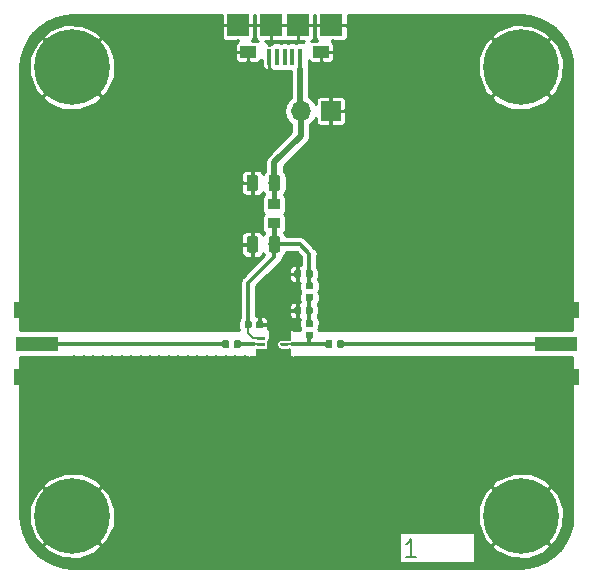
<source format=gtl>
G04 #@! TF.GenerationSoftware,KiCad,Pcbnew,(5.1.0)-1*
G04 #@! TF.CreationDate,2019-03-22T19:36:58+11:00*
G04 #@! TF.ProjectId,TRF37A75_Dev_Rev_0,54524633-3741-4373-955f-4465765f5265,rev?*
G04 #@! TF.SameCoordinates,Original*
G04 #@! TF.FileFunction,Copper,L1,Top*
G04 #@! TF.FilePolarity,Positive*
%FSLAX46Y46*%
G04 Gerber Fmt 4.6, Leading zero omitted, Abs format (unit mm)*
G04 Created by KiCad (PCBNEW (5.1.0)-1) date 2019-03-22 19:36:58*
%MOMM*%
%LPD*%
G04 APERTURE LIST*
%ADD10C,0.200000*%
%ADD11C,0.100000*%
%ADD12C,0.975000*%
%ADD13C,0.590000*%
%ADD14R,1.000000X0.850000*%
%ADD15C,0.800000*%
%ADD16C,6.400000*%
%ADD17R,1.900000X1.900000*%
%ADD18R,1.350000X1.000000*%
%ADD19R,0.400000X1.350000*%
%ADD20R,1.700000X1.700000*%
%ADD21O,1.700000X1.700000*%
%ADD22R,4.200000X1.350000*%
%ADD23R,3.600000X1.270000*%
%ADD24C,0.900000*%
%ADD25C,0.250000*%
%ADD26C,0.450000*%
%ADD27C,0.600000*%
%ADD28C,0.340000*%
%ADD29C,0.500000*%
%ADD30C,0.400000*%
%ADD31C,0.250000*%
%ADD32C,0.300000*%
%ADD33C,0.254000*%
G04 APERTURE END LIST*
D10*
X131103571Y-106478571D02*
X130246428Y-106478571D01*
X130675000Y-106478571D02*
X130675000Y-104978571D01*
X130532142Y-105192857D01*
X130389285Y-105335714D01*
X130246428Y-105407142D01*
D11*
G36*
X119405142Y-74101174D02*
G01*
X119428803Y-74104684D01*
X119452007Y-74110496D01*
X119474529Y-74118554D01*
X119496153Y-74128782D01*
X119516670Y-74141079D01*
X119535883Y-74155329D01*
X119553607Y-74171393D01*
X119569671Y-74189117D01*
X119583921Y-74208330D01*
X119596218Y-74228847D01*
X119606446Y-74250471D01*
X119614504Y-74272993D01*
X119620316Y-74296197D01*
X119623826Y-74319858D01*
X119625000Y-74343750D01*
X119625000Y-75256250D01*
X119623826Y-75280142D01*
X119620316Y-75303803D01*
X119614504Y-75327007D01*
X119606446Y-75349529D01*
X119596218Y-75371153D01*
X119583921Y-75391670D01*
X119569671Y-75410883D01*
X119553607Y-75428607D01*
X119535883Y-75444671D01*
X119516670Y-75458921D01*
X119496153Y-75471218D01*
X119474529Y-75481446D01*
X119452007Y-75489504D01*
X119428803Y-75495316D01*
X119405142Y-75498826D01*
X119381250Y-75500000D01*
X118893750Y-75500000D01*
X118869858Y-75498826D01*
X118846197Y-75495316D01*
X118822993Y-75489504D01*
X118800471Y-75481446D01*
X118778847Y-75471218D01*
X118758330Y-75458921D01*
X118739117Y-75444671D01*
X118721393Y-75428607D01*
X118705329Y-75410883D01*
X118691079Y-75391670D01*
X118678782Y-75371153D01*
X118668554Y-75349529D01*
X118660496Y-75327007D01*
X118654684Y-75303803D01*
X118651174Y-75280142D01*
X118650000Y-75256250D01*
X118650000Y-74343750D01*
X118651174Y-74319858D01*
X118654684Y-74296197D01*
X118660496Y-74272993D01*
X118668554Y-74250471D01*
X118678782Y-74228847D01*
X118691079Y-74208330D01*
X118705329Y-74189117D01*
X118721393Y-74171393D01*
X118739117Y-74155329D01*
X118758330Y-74141079D01*
X118778847Y-74128782D01*
X118800471Y-74118554D01*
X118822993Y-74110496D01*
X118846197Y-74104684D01*
X118869858Y-74101174D01*
X118893750Y-74100000D01*
X119381250Y-74100000D01*
X119405142Y-74101174D01*
X119405142Y-74101174D01*
G37*
D12*
X119137500Y-74800000D03*
D11*
G36*
X117530142Y-74101174D02*
G01*
X117553803Y-74104684D01*
X117577007Y-74110496D01*
X117599529Y-74118554D01*
X117621153Y-74128782D01*
X117641670Y-74141079D01*
X117660883Y-74155329D01*
X117678607Y-74171393D01*
X117694671Y-74189117D01*
X117708921Y-74208330D01*
X117721218Y-74228847D01*
X117731446Y-74250471D01*
X117739504Y-74272993D01*
X117745316Y-74296197D01*
X117748826Y-74319858D01*
X117750000Y-74343750D01*
X117750000Y-75256250D01*
X117748826Y-75280142D01*
X117745316Y-75303803D01*
X117739504Y-75327007D01*
X117731446Y-75349529D01*
X117721218Y-75371153D01*
X117708921Y-75391670D01*
X117694671Y-75410883D01*
X117678607Y-75428607D01*
X117660883Y-75444671D01*
X117641670Y-75458921D01*
X117621153Y-75471218D01*
X117599529Y-75481446D01*
X117577007Y-75489504D01*
X117553803Y-75495316D01*
X117530142Y-75498826D01*
X117506250Y-75500000D01*
X117018750Y-75500000D01*
X116994858Y-75498826D01*
X116971197Y-75495316D01*
X116947993Y-75489504D01*
X116925471Y-75481446D01*
X116903847Y-75471218D01*
X116883330Y-75458921D01*
X116864117Y-75444671D01*
X116846393Y-75428607D01*
X116830329Y-75410883D01*
X116816079Y-75391670D01*
X116803782Y-75371153D01*
X116793554Y-75349529D01*
X116785496Y-75327007D01*
X116779684Y-75303803D01*
X116776174Y-75280142D01*
X116775000Y-75256250D01*
X116775000Y-74343750D01*
X116776174Y-74319858D01*
X116779684Y-74296197D01*
X116785496Y-74272993D01*
X116793554Y-74250471D01*
X116803782Y-74228847D01*
X116816079Y-74208330D01*
X116830329Y-74189117D01*
X116846393Y-74171393D01*
X116864117Y-74155329D01*
X116883330Y-74141079D01*
X116903847Y-74128782D01*
X116925471Y-74118554D01*
X116947993Y-74110496D01*
X116971197Y-74104684D01*
X116994858Y-74101174D01*
X117018750Y-74100000D01*
X117506250Y-74100000D01*
X117530142Y-74101174D01*
X117530142Y-74101174D01*
G37*
D12*
X117262500Y-74800000D03*
D11*
G36*
X115176958Y-88130710D02*
G01*
X115191276Y-88132834D01*
X115205317Y-88136351D01*
X115218946Y-88141228D01*
X115232031Y-88147417D01*
X115244447Y-88154858D01*
X115256073Y-88163481D01*
X115266798Y-88173202D01*
X115276519Y-88183927D01*
X115285142Y-88195553D01*
X115292583Y-88207969D01*
X115298772Y-88221054D01*
X115303649Y-88234683D01*
X115307166Y-88248724D01*
X115309290Y-88263042D01*
X115310000Y-88277500D01*
X115310000Y-88622500D01*
X115309290Y-88636958D01*
X115307166Y-88651276D01*
X115303649Y-88665317D01*
X115298772Y-88678946D01*
X115292583Y-88692031D01*
X115285142Y-88704447D01*
X115276519Y-88716073D01*
X115266798Y-88726798D01*
X115256073Y-88736519D01*
X115244447Y-88745142D01*
X115232031Y-88752583D01*
X115218946Y-88758772D01*
X115205317Y-88763649D01*
X115191276Y-88767166D01*
X115176958Y-88769290D01*
X115162500Y-88770000D01*
X114867500Y-88770000D01*
X114853042Y-88769290D01*
X114838724Y-88767166D01*
X114824683Y-88763649D01*
X114811054Y-88758772D01*
X114797969Y-88752583D01*
X114785553Y-88745142D01*
X114773927Y-88736519D01*
X114763202Y-88726798D01*
X114753481Y-88716073D01*
X114744858Y-88704447D01*
X114737417Y-88692031D01*
X114731228Y-88678946D01*
X114726351Y-88665317D01*
X114722834Y-88651276D01*
X114720710Y-88636958D01*
X114720000Y-88622500D01*
X114720000Y-88277500D01*
X114720710Y-88263042D01*
X114722834Y-88248724D01*
X114726351Y-88234683D01*
X114731228Y-88221054D01*
X114737417Y-88207969D01*
X114744858Y-88195553D01*
X114753481Y-88183927D01*
X114763202Y-88173202D01*
X114773927Y-88163481D01*
X114785553Y-88154858D01*
X114797969Y-88147417D01*
X114811054Y-88141228D01*
X114824683Y-88136351D01*
X114838724Y-88132834D01*
X114853042Y-88130710D01*
X114867500Y-88130000D01*
X115162500Y-88130000D01*
X115176958Y-88130710D01*
X115176958Y-88130710D01*
G37*
D13*
X115015000Y-88450000D03*
D11*
G36*
X116146958Y-88130710D02*
G01*
X116161276Y-88132834D01*
X116175317Y-88136351D01*
X116188946Y-88141228D01*
X116202031Y-88147417D01*
X116214447Y-88154858D01*
X116226073Y-88163481D01*
X116236798Y-88173202D01*
X116246519Y-88183927D01*
X116255142Y-88195553D01*
X116262583Y-88207969D01*
X116268772Y-88221054D01*
X116273649Y-88234683D01*
X116277166Y-88248724D01*
X116279290Y-88263042D01*
X116280000Y-88277500D01*
X116280000Y-88622500D01*
X116279290Y-88636958D01*
X116277166Y-88651276D01*
X116273649Y-88665317D01*
X116268772Y-88678946D01*
X116262583Y-88692031D01*
X116255142Y-88704447D01*
X116246519Y-88716073D01*
X116236798Y-88726798D01*
X116226073Y-88736519D01*
X116214447Y-88745142D01*
X116202031Y-88752583D01*
X116188946Y-88758772D01*
X116175317Y-88763649D01*
X116161276Y-88767166D01*
X116146958Y-88769290D01*
X116132500Y-88770000D01*
X115837500Y-88770000D01*
X115823042Y-88769290D01*
X115808724Y-88767166D01*
X115794683Y-88763649D01*
X115781054Y-88758772D01*
X115767969Y-88752583D01*
X115755553Y-88745142D01*
X115743927Y-88736519D01*
X115733202Y-88726798D01*
X115723481Y-88716073D01*
X115714858Y-88704447D01*
X115707417Y-88692031D01*
X115701228Y-88678946D01*
X115696351Y-88665317D01*
X115692834Y-88651276D01*
X115690710Y-88636958D01*
X115690000Y-88622500D01*
X115690000Y-88277500D01*
X115690710Y-88263042D01*
X115692834Y-88248724D01*
X115696351Y-88234683D01*
X115701228Y-88221054D01*
X115707417Y-88207969D01*
X115714858Y-88195553D01*
X115723481Y-88183927D01*
X115733202Y-88173202D01*
X115743927Y-88163481D01*
X115755553Y-88154858D01*
X115767969Y-88147417D01*
X115781054Y-88141228D01*
X115794683Y-88136351D01*
X115808724Y-88132834D01*
X115823042Y-88130710D01*
X115837500Y-88130000D01*
X116132500Y-88130000D01*
X116146958Y-88130710D01*
X116146958Y-88130710D01*
G37*
D13*
X115985000Y-88450000D03*
D11*
G36*
X118046958Y-86480710D02*
G01*
X118061276Y-86482834D01*
X118075317Y-86486351D01*
X118088946Y-86491228D01*
X118102031Y-86497417D01*
X118114447Y-86504858D01*
X118126073Y-86513481D01*
X118136798Y-86523202D01*
X118146519Y-86533927D01*
X118155142Y-86545553D01*
X118162583Y-86557969D01*
X118168772Y-86571054D01*
X118173649Y-86584683D01*
X118177166Y-86598724D01*
X118179290Y-86613042D01*
X118180000Y-86627500D01*
X118180000Y-86972500D01*
X118179290Y-86986958D01*
X118177166Y-87001276D01*
X118173649Y-87015317D01*
X118168772Y-87028946D01*
X118162583Y-87042031D01*
X118155142Y-87054447D01*
X118146519Y-87066073D01*
X118136798Y-87076798D01*
X118126073Y-87086519D01*
X118114447Y-87095142D01*
X118102031Y-87102583D01*
X118088946Y-87108772D01*
X118075317Y-87113649D01*
X118061276Y-87117166D01*
X118046958Y-87119290D01*
X118032500Y-87120000D01*
X117737500Y-87120000D01*
X117723042Y-87119290D01*
X117708724Y-87117166D01*
X117694683Y-87113649D01*
X117681054Y-87108772D01*
X117667969Y-87102583D01*
X117655553Y-87095142D01*
X117643927Y-87086519D01*
X117633202Y-87076798D01*
X117623481Y-87066073D01*
X117614858Y-87054447D01*
X117607417Y-87042031D01*
X117601228Y-87028946D01*
X117596351Y-87015317D01*
X117592834Y-87001276D01*
X117590710Y-86986958D01*
X117590000Y-86972500D01*
X117590000Y-86627500D01*
X117590710Y-86613042D01*
X117592834Y-86598724D01*
X117596351Y-86584683D01*
X117601228Y-86571054D01*
X117607417Y-86557969D01*
X117614858Y-86545553D01*
X117623481Y-86533927D01*
X117633202Y-86523202D01*
X117643927Y-86513481D01*
X117655553Y-86504858D01*
X117667969Y-86497417D01*
X117681054Y-86491228D01*
X117694683Y-86486351D01*
X117708724Y-86482834D01*
X117723042Y-86480710D01*
X117737500Y-86480000D01*
X118032500Y-86480000D01*
X118046958Y-86480710D01*
X118046958Y-86480710D01*
G37*
D13*
X117885000Y-86800000D03*
D11*
G36*
X117076958Y-86480710D02*
G01*
X117091276Y-86482834D01*
X117105317Y-86486351D01*
X117118946Y-86491228D01*
X117132031Y-86497417D01*
X117144447Y-86504858D01*
X117156073Y-86513481D01*
X117166798Y-86523202D01*
X117176519Y-86533927D01*
X117185142Y-86545553D01*
X117192583Y-86557969D01*
X117198772Y-86571054D01*
X117203649Y-86584683D01*
X117207166Y-86598724D01*
X117209290Y-86613042D01*
X117210000Y-86627500D01*
X117210000Y-86972500D01*
X117209290Y-86986958D01*
X117207166Y-87001276D01*
X117203649Y-87015317D01*
X117198772Y-87028946D01*
X117192583Y-87042031D01*
X117185142Y-87054447D01*
X117176519Y-87066073D01*
X117166798Y-87076798D01*
X117156073Y-87086519D01*
X117144447Y-87095142D01*
X117132031Y-87102583D01*
X117118946Y-87108772D01*
X117105317Y-87113649D01*
X117091276Y-87117166D01*
X117076958Y-87119290D01*
X117062500Y-87120000D01*
X116767500Y-87120000D01*
X116753042Y-87119290D01*
X116738724Y-87117166D01*
X116724683Y-87113649D01*
X116711054Y-87108772D01*
X116697969Y-87102583D01*
X116685553Y-87095142D01*
X116673927Y-87086519D01*
X116663202Y-87076798D01*
X116653481Y-87066073D01*
X116644858Y-87054447D01*
X116637417Y-87042031D01*
X116631228Y-87028946D01*
X116626351Y-87015317D01*
X116622834Y-87001276D01*
X116620710Y-86986958D01*
X116620000Y-86972500D01*
X116620000Y-86627500D01*
X116620710Y-86613042D01*
X116622834Y-86598724D01*
X116626351Y-86584683D01*
X116631228Y-86571054D01*
X116637417Y-86557969D01*
X116644858Y-86545553D01*
X116653481Y-86533927D01*
X116663202Y-86523202D01*
X116673927Y-86513481D01*
X116685553Y-86504858D01*
X116697969Y-86497417D01*
X116711054Y-86491228D01*
X116724683Y-86486351D01*
X116738724Y-86482834D01*
X116753042Y-86480710D01*
X116767500Y-86480000D01*
X117062500Y-86480000D01*
X117076958Y-86480710D01*
X117076958Y-86480710D01*
G37*
D13*
X116915000Y-86800000D03*
D11*
G36*
X117530142Y-79301174D02*
G01*
X117553803Y-79304684D01*
X117577007Y-79310496D01*
X117599529Y-79318554D01*
X117621153Y-79328782D01*
X117641670Y-79341079D01*
X117660883Y-79355329D01*
X117678607Y-79371393D01*
X117694671Y-79389117D01*
X117708921Y-79408330D01*
X117721218Y-79428847D01*
X117731446Y-79450471D01*
X117739504Y-79472993D01*
X117745316Y-79496197D01*
X117748826Y-79519858D01*
X117750000Y-79543750D01*
X117750000Y-80456250D01*
X117748826Y-80480142D01*
X117745316Y-80503803D01*
X117739504Y-80527007D01*
X117731446Y-80549529D01*
X117721218Y-80571153D01*
X117708921Y-80591670D01*
X117694671Y-80610883D01*
X117678607Y-80628607D01*
X117660883Y-80644671D01*
X117641670Y-80658921D01*
X117621153Y-80671218D01*
X117599529Y-80681446D01*
X117577007Y-80689504D01*
X117553803Y-80695316D01*
X117530142Y-80698826D01*
X117506250Y-80700000D01*
X117018750Y-80700000D01*
X116994858Y-80698826D01*
X116971197Y-80695316D01*
X116947993Y-80689504D01*
X116925471Y-80681446D01*
X116903847Y-80671218D01*
X116883330Y-80658921D01*
X116864117Y-80644671D01*
X116846393Y-80628607D01*
X116830329Y-80610883D01*
X116816079Y-80591670D01*
X116803782Y-80571153D01*
X116793554Y-80549529D01*
X116785496Y-80527007D01*
X116779684Y-80503803D01*
X116776174Y-80480142D01*
X116775000Y-80456250D01*
X116775000Y-79543750D01*
X116776174Y-79519858D01*
X116779684Y-79496197D01*
X116785496Y-79472993D01*
X116793554Y-79450471D01*
X116803782Y-79428847D01*
X116816079Y-79408330D01*
X116830329Y-79389117D01*
X116846393Y-79371393D01*
X116864117Y-79355329D01*
X116883330Y-79341079D01*
X116903847Y-79328782D01*
X116925471Y-79318554D01*
X116947993Y-79310496D01*
X116971197Y-79304684D01*
X116994858Y-79301174D01*
X117018750Y-79300000D01*
X117506250Y-79300000D01*
X117530142Y-79301174D01*
X117530142Y-79301174D01*
G37*
D12*
X117262500Y-80000000D03*
D11*
G36*
X119405142Y-79301174D02*
G01*
X119428803Y-79304684D01*
X119452007Y-79310496D01*
X119474529Y-79318554D01*
X119496153Y-79328782D01*
X119516670Y-79341079D01*
X119535883Y-79355329D01*
X119553607Y-79371393D01*
X119569671Y-79389117D01*
X119583921Y-79408330D01*
X119596218Y-79428847D01*
X119606446Y-79450471D01*
X119614504Y-79472993D01*
X119620316Y-79496197D01*
X119623826Y-79519858D01*
X119625000Y-79543750D01*
X119625000Y-80456250D01*
X119623826Y-80480142D01*
X119620316Y-80503803D01*
X119614504Y-80527007D01*
X119606446Y-80549529D01*
X119596218Y-80571153D01*
X119583921Y-80591670D01*
X119569671Y-80610883D01*
X119553607Y-80628607D01*
X119535883Y-80644671D01*
X119516670Y-80658921D01*
X119496153Y-80671218D01*
X119474529Y-80681446D01*
X119452007Y-80689504D01*
X119428803Y-80695316D01*
X119405142Y-80698826D01*
X119381250Y-80700000D01*
X118893750Y-80700000D01*
X118869858Y-80698826D01*
X118846197Y-80695316D01*
X118822993Y-80689504D01*
X118800471Y-80681446D01*
X118778847Y-80671218D01*
X118758330Y-80658921D01*
X118739117Y-80644671D01*
X118721393Y-80628607D01*
X118705329Y-80610883D01*
X118691079Y-80591670D01*
X118678782Y-80571153D01*
X118668554Y-80549529D01*
X118660496Y-80527007D01*
X118654684Y-80503803D01*
X118651174Y-80480142D01*
X118650000Y-80456250D01*
X118650000Y-79543750D01*
X118651174Y-79519858D01*
X118654684Y-79496197D01*
X118660496Y-79472993D01*
X118668554Y-79450471D01*
X118678782Y-79428847D01*
X118691079Y-79408330D01*
X118705329Y-79389117D01*
X118721393Y-79371393D01*
X118739117Y-79355329D01*
X118758330Y-79341079D01*
X118778847Y-79328782D01*
X118800471Y-79318554D01*
X118822993Y-79310496D01*
X118846197Y-79304684D01*
X118869858Y-79301174D01*
X118893750Y-79300000D01*
X119381250Y-79300000D01*
X119405142Y-79301174D01*
X119405142Y-79301174D01*
G37*
D12*
X119137500Y-80000000D03*
D11*
G36*
X122246958Y-82180710D02*
G01*
X122261276Y-82182834D01*
X122275317Y-82186351D01*
X122288946Y-82191228D01*
X122302031Y-82197417D01*
X122314447Y-82204858D01*
X122326073Y-82213481D01*
X122336798Y-82223202D01*
X122346519Y-82233927D01*
X122355142Y-82245553D01*
X122362583Y-82257969D01*
X122368772Y-82271054D01*
X122373649Y-82284683D01*
X122377166Y-82298724D01*
X122379290Y-82313042D01*
X122380000Y-82327500D01*
X122380000Y-82672500D01*
X122379290Y-82686958D01*
X122377166Y-82701276D01*
X122373649Y-82715317D01*
X122368772Y-82728946D01*
X122362583Y-82742031D01*
X122355142Y-82754447D01*
X122346519Y-82766073D01*
X122336798Y-82776798D01*
X122326073Y-82786519D01*
X122314447Y-82795142D01*
X122302031Y-82802583D01*
X122288946Y-82808772D01*
X122275317Y-82813649D01*
X122261276Y-82817166D01*
X122246958Y-82819290D01*
X122232500Y-82820000D01*
X121937500Y-82820000D01*
X121923042Y-82819290D01*
X121908724Y-82817166D01*
X121894683Y-82813649D01*
X121881054Y-82808772D01*
X121867969Y-82802583D01*
X121855553Y-82795142D01*
X121843927Y-82786519D01*
X121833202Y-82776798D01*
X121823481Y-82766073D01*
X121814858Y-82754447D01*
X121807417Y-82742031D01*
X121801228Y-82728946D01*
X121796351Y-82715317D01*
X121792834Y-82701276D01*
X121790710Y-82686958D01*
X121790000Y-82672500D01*
X121790000Y-82327500D01*
X121790710Y-82313042D01*
X121792834Y-82298724D01*
X121796351Y-82284683D01*
X121801228Y-82271054D01*
X121807417Y-82257969D01*
X121814858Y-82245553D01*
X121823481Y-82233927D01*
X121833202Y-82223202D01*
X121843927Y-82213481D01*
X121855553Y-82204858D01*
X121867969Y-82197417D01*
X121881054Y-82191228D01*
X121894683Y-82186351D01*
X121908724Y-82182834D01*
X121923042Y-82180710D01*
X121937500Y-82180000D01*
X122232500Y-82180000D01*
X122246958Y-82180710D01*
X122246958Y-82180710D01*
G37*
D13*
X122085000Y-82500000D03*
D11*
G36*
X121276958Y-82180710D02*
G01*
X121291276Y-82182834D01*
X121305317Y-82186351D01*
X121318946Y-82191228D01*
X121332031Y-82197417D01*
X121344447Y-82204858D01*
X121356073Y-82213481D01*
X121366798Y-82223202D01*
X121376519Y-82233927D01*
X121385142Y-82245553D01*
X121392583Y-82257969D01*
X121398772Y-82271054D01*
X121403649Y-82284683D01*
X121407166Y-82298724D01*
X121409290Y-82313042D01*
X121410000Y-82327500D01*
X121410000Y-82672500D01*
X121409290Y-82686958D01*
X121407166Y-82701276D01*
X121403649Y-82715317D01*
X121398772Y-82728946D01*
X121392583Y-82742031D01*
X121385142Y-82754447D01*
X121376519Y-82766073D01*
X121366798Y-82776798D01*
X121356073Y-82786519D01*
X121344447Y-82795142D01*
X121332031Y-82802583D01*
X121318946Y-82808772D01*
X121305317Y-82813649D01*
X121291276Y-82817166D01*
X121276958Y-82819290D01*
X121262500Y-82820000D01*
X120967500Y-82820000D01*
X120953042Y-82819290D01*
X120938724Y-82817166D01*
X120924683Y-82813649D01*
X120911054Y-82808772D01*
X120897969Y-82802583D01*
X120885553Y-82795142D01*
X120873927Y-82786519D01*
X120863202Y-82776798D01*
X120853481Y-82766073D01*
X120844858Y-82754447D01*
X120837417Y-82742031D01*
X120831228Y-82728946D01*
X120826351Y-82715317D01*
X120822834Y-82701276D01*
X120820710Y-82686958D01*
X120820000Y-82672500D01*
X120820000Y-82327500D01*
X120820710Y-82313042D01*
X120822834Y-82298724D01*
X120826351Y-82284683D01*
X120831228Y-82271054D01*
X120837417Y-82257969D01*
X120844858Y-82245553D01*
X120853481Y-82233927D01*
X120863202Y-82223202D01*
X120873927Y-82213481D01*
X120885553Y-82204858D01*
X120897969Y-82197417D01*
X120911054Y-82191228D01*
X120924683Y-82186351D01*
X120938724Y-82182834D01*
X120953042Y-82180710D01*
X120967500Y-82180000D01*
X121262500Y-82180000D01*
X121276958Y-82180710D01*
X121276958Y-82180710D01*
G37*
D13*
X121115000Y-82500000D03*
D11*
G36*
X122246958Y-85280710D02*
G01*
X122261276Y-85282834D01*
X122275317Y-85286351D01*
X122288946Y-85291228D01*
X122302031Y-85297417D01*
X122314447Y-85304858D01*
X122326073Y-85313481D01*
X122336798Y-85323202D01*
X122346519Y-85333927D01*
X122355142Y-85345553D01*
X122362583Y-85357969D01*
X122368772Y-85371054D01*
X122373649Y-85384683D01*
X122377166Y-85398724D01*
X122379290Y-85413042D01*
X122380000Y-85427500D01*
X122380000Y-85772500D01*
X122379290Y-85786958D01*
X122377166Y-85801276D01*
X122373649Y-85815317D01*
X122368772Y-85828946D01*
X122362583Y-85842031D01*
X122355142Y-85854447D01*
X122346519Y-85866073D01*
X122336798Y-85876798D01*
X122326073Y-85886519D01*
X122314447Y-85895142D01*
X122302031Y-85902583D01*
X122288946Y-85908772D01*
X122275317Y-85913649D01*
X122261276Y-85917166D01*
X122246958Y-85919290D01*
X122232500Y-85920000D01*
X121937500Y-85920000D01*
X121923042Y-85919290D01*
X121908724Y-85917166D01*
X121894683Y-85913649D01*
X121881054Y-85908772D01*
X121867969Y-85902583D01*
X121855553Y-85895142D01*
X121843927Y-85886519D01*
X121833202Y-85876798D01*
X121823481Y-85866073D01*
X121814858Y-85854447D01*
X121807417Y-85842031D01*
X121801228Y-85828946D01*
X121796351Y-85815317D01*
X121792834Y-85801276D01*
X121790710Y-85786958D01*
X121790000Y-85772500D01*
X121790000Y-85427500D01*
X121790710Y-85413042D01*
X121792834Y-85398724D01*
X121796351Y-85384683D01*
X121801228Y-85371054D01*
X121807417Y-85357969D01*
X121814858Y-85345553D01*
X121823481Y-85333927D01*
X121833202Y-85323202D01*
X121843927Y-85313481D01*
X121855553Y-85304858D01*
X121867969Y-85297417D01*
X121881054Y-85291228D01*
X121894683Y-85286351D01*
X121908724Y-85282834D01*
X121923042Y-85280710D01*
X121937500Y-85280000D01*
X122232500Y-85280000D01*
X122246958Y-85280710D01*
X122246958Y-85280710D01*
G37*
D13*
X122085000Y-85600000D03*
D11*
G36*
X121276958Y-85280710D02*
G01*
X121291276Y-85282834D01*
X121305317Y-85286351D01*
X121318946Y-85291228D01*
X121332031Y-85297417D01*
X121344447Y-85304858D01*
X121356073Y-85313481D01*
X121366798Y-85323202D01*
X121376519Y-85333927D01*
X121385142Y-85345553D01*
X121392583Y-85357969D01*
X121398772Y-85371054D01*
X121403649Y-85384683D01*
X121407166Y-85398724D01*
X121409290Y-85413042D01*
X121410000Y-85427500D01*
X121410000Y-85772500D01*
X121409290Y-85786958D01*
X121407166Y-85801276D01*
X121403649Y-85815317D01*
X121398772Y-85828946D01*
X121392583Y-85842031D01*
X121385142Y-85854447D01*
X121376519Y-85866073D01*
X121366798Y-85876798D01*
X121356073Y-85886519D01*
X121344447Y-85895142D01*
X121332031Y-85902583D01*
X121318946Y-85908772D01*
X121305317Y-85913649D01*
X121291276Y-85917166D01*
X121276958Y-85919290D01*
X121262500Y-85920000D01*
X120967500Y-85920000D01*
X120953042Y-85919290D01*
X120938724Y-85917166D01*
X120924683Y-85913649D01*
X120911054Y-85908772D01*
X120897969Y-85902583D01*
X120885553Y-85895142D01*
X120873927Y-85886519D01*
X120863202Y-85876798D01*
X120853481Y-85866073D01*
X120844858Y-85854447D01*
X120837417Y-85842031D01*
X120831228Y-85828946D01*
X120826351Y-85815317D01*
X120822834Y-85801276D01*
X120820710Y-85786958D01*
X120820000Y-85772500D01*
X120820000Y-85427500D01*
X120820710Y-85413042D01*
X120822834Y-85398724D01*
X120826351Y-85384683D01*
X120831228Y-85371054D01*
X120837417Y-85357969D01*
X120844858Y-85345553D01*
X120853481Y-85333927D01*
X120863202Y-85323202D01*
X120873927Y-85313481D01*
X120885553Y-85304858D01*
X120897969Y-85297417D01*
X120911054Y-85291228D01*
X120924683Y-85286351D01*
X120938724Y-85282834D01*
X120953042Y-85280710D01*
X120967500Y-85280000D01*
X121262500Y-85280000D01*
X121276958Y-85280710D01*
X121276958Y-85280710D01*
G37*
D13*
X121115000Y-85600000D03*
D11*
G36*
X124886958Y-88120710D02*
G01*
X124901276Y-88122834D01*
X124915317Y-88126351D01*
X124928946Y-88131228D01*
X124942031Y-88137417D01*
X124954447Y-88144858D01*
X124966073Y-88153481D01*
X124976798Y-88163202D01*
X124986519Y-88173927D01*
X124995142Y-88185553D01*
X125002583Y-88197969D01*
X125008772Y-88211054D01*
X125013649Y-88224683D01*
X125017166Y-88238724D01*
X125019290Y-88253042D01*
X125020000Y-88267500D01*
X125020000Y-88612500D01*
X125019290Y-88626958D01*
X125017166Y-88641276D01*
X125013649Y-88655317D01*
X125008772Y-88668946D01*
X125002583Y-88682031D01*
X124995142Y-88694447D01*
X124986519Y-88706073D01*
X124976798Y-88716798D01*
X124966073Y-88726519D01*
X124954447Y-88735142D01*
X124942031Y-88742583D01*
X124928946Y-88748772D01*
X124915317Y-88753649D01*
X124901276Y-88757166D01*
X124886958Y-88759290D01*
X124872500Y-88760000D01*
X124577500Y-88760000D01*
X124563042Y-88759290D01*
X124548724Y-88757166D01*
X124534683Y-88753649D01*
X124521054Y-88748772D01*
X124507969Y-88742583D01*
X124495553Y-88735142D01*
X124483927Y-88726519D01*
X124473202Y-88716798D01*
X124463481Y-88706073D01*
X124454858Y-88694447D01*
X124447417Y-88682031D01*
X124441228Y-88668946D01*
X124436351Y-88655317D01*
X124432834Y-88641276D01*
X124430710Y-88626958D01*
X124430000Y-88612500D01*
X124430000Y-88267500D01*
X124430710Y-88253042D01*
X124432834Y-88238724D01*
X124436351Y-88224683D01*
X124441228Y-88211054D01*
X124447417Y-88197969D01*
X124454858Y-88185553D01*
X124463481Y-88173927D01*
X124473202Y-88163202D01*
X124483927Y-88153481D01*
X124495553Y-88144858D01*
X124507969Y-88137417D01*
X124521054Y-88131228D01*
X124534683Y-88126351D01*
X124548724Y-88122834D01*
X124563042Y-88120710D01*
X124577500Y-88120000D01*
X124872500Y-88120000D01*
X124886958Y-88120710D01*
X124886958Y-88120710D01*
G37*
D13*
X124725000Y-88440000D03*
D11*
G36*
X123916958Y-88120710D02*
G01*
X123931276Y-88122834D01*
X123945317Y-88126351D01*
X123958946Y-88131228D01*
X123972031Y-88137417D01*
X123984447Y-88144858D01*
X123996073Y-88153481D01*
X124006798Y-88163202D01*
X124016519Y-88173927D01*
X124025142Y-88185553D01*
X124032583Y-88197969D01*
X124038772Y-88211054D01*
X124043649Y-88224683D01*
X124047166Y-88238724D01*
X124049290Y-88253042D01*
X124050000Y-88267500D01*
X124050000Y-88612500D01*
X124049290Y-88626958D01*
X124047166Y-88641276D01*
X124043649Y-88655317D01*
X124038772Y-88668946D01*
X124032583Y-88682031D01*
X124025142Y-88694447D01*
X124016519Y-88706073D01*
X124006798Y-88716798D01*
X123996073Y-88726519D01*
X123984447Y-88735142D01*
X123972031Y-88742583D01*
X123958946Y-88748772D01*
X123945317Y-88753649D01*
X123931276Y-88757166D01*
X123916958Y-88759290D01*
X123902500Y-88760000D01*
X123607500Y-88760000D01*
X123593042Y-88759290D01*
X123578724Y-88757166D01*
X123564683Y-88753649D01*
X123551054Y-88748772D01*
X123537969Y-88742583D01*
X123525553Y-88735142D01*
X123513927Y-88726519D01*
X123503202Y-88716798D01*
X123493481Y-88706073D01*
X123484858Y-88694447D01*
X123477417Y-88682031D01*
X123471228Y-88668946D01*
X123466351Y-88655317D01*
X123462834Y-88641276D01*
X123460710Y-88626958D01*
X123460000Y-88612500D01*
X123460000Y-88267500D01*
X123460710Y-88253042D01*
X123462834Y-88238724D01*
X123466351Y-88224683D01*
X123471228Y-88211054D01*
X123477417Y-88197969D01*
X123484858Y-88185553D01*
X123493481Y-88173927D01*
X123503202Y-88163202D01*
X123513927Y-88153481D01*
X123525553Y-88144858D01*
X123537969Y-88137417D01*
X123551054Y-88131228D01*
X123564683Y-88126351D01*
X123578724Y-88122834D01*
X123593042Y-88120710D01*
X123607500Y-88120000D01*
X123902500Y-88120000D01*
X123916958Y-88120710D01*
X123916958Y-88120710D01*
G37*
D13*
X123755000Y-88440000D03*
D14*
X119100000Y-78200000D03*
X119100000Y-76600000D03*
D15*
X103697056Y-63302944D03*
X102000000Y-62600000D03*
X100302944Y-63302944D03*
X99600000Y-65000000D03*
X100302944Y-66697056D03*
X102000000Y-67400000D03*
X103697056Y-66697056D03*
X104400000Y-65000000D03*
D16*
X102000000Y-65000000D03*
D15*
X141697056Y-101302944D03*
X140000000Y-100600000D03*
X138302944Y-101302944D03*
X137600000Y-103000000D03*
X138302944Y-104697056D03*
X140000000Y-105400000D03*
X141697056Y-104697056D03*
X142400000Y-103000000D03*
D16*
X140000000Y-103000000D03*
X140000000Y-65000000D03*
D15*
X142400000Y-65000000D03*
X141697056Y-66697056D03*
X140000000Y-67400000D03*
X138302944Y-66697056D03*
X137600000Y-65000000D03*
X138302944Y-63302944D03*
X140000000Y-62600000D03*
X141697056Y-63302944D03*
D16*
X102000000Y-103000000D03*
D15*
X104400000Y-103000000D03*
X103697056Y-104697056D03*
X102000000Y-105400000D03*
X100302944Y-104697056D03*
X99600000Y-103000000D03*
X100302944Y-101302944D03*
X102000000Y-100600000D03*
X103697056Y-101302944D03*
D17*
X118850000Y-61450000D03*
X121150000Y-61450000D03*
X123950000Y-61450000D03*
X116050000Y-61450000D03*
D18*
X116900000Y-63700000D03*
X123100000Y-63700000D03*
D19*
X120000000Y-64125000D03*
X118700000Y-64125000D03*
X119350000Y-64125000D03*
X121300000Y-64125000D03*
X120650000Y-64125000D03*
D20*
X123900000Y-68700000D03*
D21*
X121360000Y-68700000D03*
D22*
X99200000Y-85575000D03*
X99200000Y-91225000D03*
D23*
X99000000Y-88400000D03*
X143010000Y-88400000D03*
D22*
X142810000Y-85575000D03*
X142810000Y-91225000D03*
D11*
G36*
X122286958Y-86420710D02*
G01*
X122301276Y-86422834D01*
X122315317Y-86426351D01*
X122328946Y-86431228D01*
X122342031Y-86437417D01*
X122354447Y-86444858D01*
X122366073Y-86453481D01*
X122376798Y-86463202D01*
X122386519Y-86473927D01*
X122395142Y-86485553D01*
X122402583Y-86497969D01*
X122408772Y-86511054D01*
X122413649Y-86524683D01*
X122417166Y-86538724D01*
X122419290Y-86553042D01*
X122420000Y-86567500D01*
X122420000Y-86862500D01*
X122419290Y-86876958D01*
X122417166Y-86891276D01*
X122413649Y-86905317D01*
X122408772Y-86918946D01*
X122402583Y-86932031D01*
X122395142Y-86944447D01*
X122386519Y-86956073D01*
X122376798Y-86966798D01*
X122366073Y-86976519D01*
X122354447Y-86985142D01*
X122342031Y-86992583D01*
X122328946Y-86998772D01*
X122315317Y-87003649D01*
X122301276Y-87007166D01*
X122286958Y-87009290D01*
X122272500Y-87010000D01*
X121927500Y-87010000D01*
X121913042Y-87009290D01*
X121898724Y-87007166D01*
X121884683Y-87003649D01*
X121871054Y-86998772D01*
X121857969Y-86992583D01*
X121845553Y-86985142D01*
X121833927Y-86976519D01*
X121823202Y-86966798D01*
X121813481Y-86956073D01*
X121804858Y-86944447D01*
X121797417Y-86932031D01*
X121791228Y-86918946D01*
X121786351Y-86905317D01*
X121782834Y-86891276D01*
X121780710Y-86876958D01*
X121780000Y-86862500D01*
X121780000Y-86567500D01*
X121780710Y-86553042D01*
X121782834Y-86538724D01*
X121786351Y-86524683D01*
X121791228Y-86511054D01*
X121797417Y-86497969D01*
X121804858Y-86485553D01*
X121813481Y-86473927D01*
X121823202Y-86463202D01*
X121833927Y-86453481D01*
X121845553Y-86444858D01*
X121857969Y-86437417D01*
X121871054Y-86431228D01*
X121884683Y-86426351D01*
X121898724Y-86422834D01*
X121913042Y-86420710D01*
X121927500Y-86420000D01*
X122272500Y-86420000D01*
X122286958Y-86420710D01*
X122286958Y-86420710D01*
G37*
D13*
X122100000Y-86715000D03*
D11*
G36*
X122286958Y-87390710D02*
G01*
X122301276Y-87392834D01*
X122315317Y-87396351D01*
X122328946Y-87401228D01*
X122342031Y-87407417D01*
X122354447Y-87414858D01*
X122366073Y-87423481D01*
X122376798Y-87433202D01*
X122386519Y-87443927D01*
X122395142Y-87455553D01*
X122402583Y-87467969D01*
X122408772Y-87481054D01*
X122413649Y-87494683D01*
X122417166Y-87508724D01*
X122419290Y-87523042D01*
X122420000Y-87537500D01*
X122420000Y-87832500D01*
X122419290Y-87846958D01*
X122417166Y-87861276D01*
X122413649Y-87875317D01*
X122408772Y-87888946D01*
X122402583Y-87902031D01*
X122395142Y-87914447D01*
X122386519Y-87926073D01*
X122376798Y-87936798D01*
X122366073Y-87946519D01*
X122354447Y-87955142D01*
X122342031Y-87962583D01*
X122328946Y-87968772D01*
X122315317Y-87973649D01*
X122301276Y-87977166D01*
X122286958Y-87979290D01*
X122272500Y-87980000D01*
X121927500Y-87980000D01*
X121913042Y-87979290D01*
X121898724Y-87977166D01*
X121884683Y-87973649D01*
X121871054Y-87968772D01*
X121857969Y-87962583D01*
X121845553Y-87955142D01*
X121833927Y-87946519D01*
X121823202Y-87936798D01*
X121813481Y-87926073D01*
X121804858Y-87914447D01*
X121797417Y-87902031D01*
X121791228Y-87888946D01*
X121786351Y-87875317D01*
X121782834Y-87861276D01*
X121780710Y-87846958D01*
X121780000Y-87832500D01*
X121780000Y-87537500D01*
X121780710Y-87523042D01*
X121782834Y-87508724D01*
X121786351Y-87494683D01*
X121791228Y-87481054D01*
X121797417Y-87467969D01*
X121804858Y-87455553D01*
X121813481Y-87443927D01*
X121823202Y-87433202D01*
X121833927Y-87423481D01*
X121845553Y-87414858D01*
X121857969Y-87407417D01*
X121871054Y-87401228D01*
X121884683Y-87396351D01*
X121898724Y-87392834D01*
X121913042Y-87390710D01*
X121927500Y-87390000D01*
X122272500Y-87390000D01*
X122286958Y-87390710D01*
X122286958Y-87390710D01*
G37*
D13*
X122100000Y-87685000D03*
D11*
G36*
X122286958Y-83220710D02*
G01*
X122301276Y-83222834D01*
X122315317Y-83226351D01*
X122328946Y-83231228D01*
X122342031Y-83237417D01*
X122354447Y-83244858D01*
X122366073Y-83253481D01*
X122376798Y-83263202D01*
X122386519Y-83273927D01*
X122395142Y-83285553D01*
X122402583Y-83297969D01*
X122408772Y-83311054D01*
X122413649Y-83324683D01*
X122417166Y-83338724D01*
X122419290Y-83353042D01*
X122420000Y-83367500D01*
X122420000Y-83662500D01*
X122419290Y-83676958D01*
X122417166Y-83691276D01*
X122413649Y-83705317D01*
X122408772Y-83718946D01*
X122402583Y-83732031D01*
X122395142Y-83744447D01*
X122386519Y-83756073D01*
X122376798Y-83766798D01*
X122366073Y-83776519D01*
X122354447Y-83785142D01*
X122342031Y-83792583D01*
X122328946Y-83798772D01*
X122315317Y-83803649D01*
X122301276Y-83807166D01*
X122286958Y-83809290D01*
X122272500Y-83810000D01*
X121927500Y-83810000D01*
X121913042Y-83809290D01*
X121898724Y-83807166D01*
X121884683Y-83803649D01*
X121871054Y-83798772D01*
X121857969Y-83792583D01*
X121845553Y-83785142D01*
X121833927Y-83776519D01*
X121823202Y-83766798D01*
X121813481Y-83756073D01*
X121804858Y-83744447D01*
X121797417Y-83732031D01*
X121791228Y-83718946D01*
X121786351Y-83705317D01*
X121782834Y-83691276D01*
X121780710Y-83676958D01*
X121780000Y-83662500D01*
X121780000Y-83367500D01*
X121780710Y-83353042D01*
X121782834Y-83338724D01*
X121786351Y-83324683D01*
X121791228Y-83311054D01*
X121797417Y-83297969D01*
X121804858Y-83285553D01*
X121813481Y-83273927D01*
X121823202Y-83263202D01*
X121833927Y-83253481D01*
X121845553Y-83244858D01*
X121857969Y-83237417D01*
X121871054Y-83231228D01*
X121884683Y-83226351D01*
X121898724Y-83222834D01*
X121913042Y-83220710D01*
X121927500Y-83220000D01*
X122272500Y-83220000D01*
X122286958Y-83220710D01*
X122286958Y-83220710D01*
G37*
D13*
X122100000Y-83515000D03*
D11*
G36*
X122286958Y-84190710D02*
G01*
X122301276Y-84192834D01*
X122315317Y-84196351D01*
X122328946Y-84201228D01*
X122342031Y-84207417D01*
X122354447Y-84214858D01*
X122366073Y-84223481D01*
X122376798Y-84233202D01*
X122386519Y-84243927D01*
X122395142Y-84255553D01*
X122402583Y-84267969D01*
X122408772Y-84281054D01*
X122413649Y-84294683D01*
X122417166Y-84308724D01*
X122419290Y-84323042D01*
X122420000Y-84337500D01*
X122420000Y-84632500D01*
X122419290Y-84646958D01*
X122417166Y-84661276D01*
X122413649Y-84675317D01*
X122408772Y-84688946D01*
X122402583Y-84702031D01*
X122395142Y-84714447D01*
X122386519Y-84726073D01*
X122376798Y-84736798D01*
X122366073Y-84746519D01*
X122354447Y-84755142D01*
X122342031Y-84762583D01*
X122328946Y-84768772D01*
X122315317Y-84773649D01*
X122301276Y-84777166D01*
X122286958Y-84779290D01*
X122272500Y-84780000D01*
X121927500Y-84780000D01*
X121913042Y-84779290D01*
X121898724Y-84777166D01*
X121884683Y-84773649D01*
X121871054Y-84768772D01*
X121857969Y-84762583D01*
X121845553Y-84755142D01*
X121833927Y-84746519D01*
X121823202Y-84736798D01*
X121813481Y-84726073D01*
X121804858Y-84714447D01*
X121797417Y-84702031D01*
X121791228Y-84688946D01*
X121786351Y-84675317D01*
X121782834Y-84661276D01*
X121780710Y-84646958D01*
X121780000Y-84632500D01*
X121780000Y-84337500D01*
X121780710Y-84323042D01*
X121782834Y-84308724D01*
X121786351Y-84294683D01*
X121791228Y-84281054D01*
X121797417Y-84267969D01*
X121804858Y-84255553D01*
X121813481Y-84243927D01*
X121823202Y-84233202D01*
X121833927Y-84223481D01*
X121845553Y-84214858D01*
X121857969Y-84207417D01*
X121871054Y-84201228D01*
X121884683Y-84196351D01*
X121898724Y-84192834D01*
X121913042Y-84190710D01*
X121927500Y-84190000D01*
X122272500Y-84190000D01*
X122286958Y-84190710D01*
X122286958Y-84190710D01*
G37*
D13*
X122100000Y-84485000D03*
D11*
G36*
X119247054Y-87951083D02*
G01*
X119268895Y-87954323D01*
X119290314Y-87959688D01*
X119311104Y-87967127D01*
X119331064Y-87976568D01*
X119350003Y-87987919D01*
X119367738Y-88001073D01*
X119384099Y-88015901D01*
X119398927Y-88032262D01*
X119412081Y-88049997D01*
X119423432Y-88068936D01*
X119432873Y-88088896D01*
X119440312Y-88109686D01*
X119445677Y-88131105D01*
X119448917Y-88152946D01*
X119450000Y-88175000D01*
X119450000Y-89225000D01*
X119448917Y-89247054D01*
X119445677Y-89268895D01*
X119440312Y-89290314D01*
X119432873Y-89311104D01*
X119423432Y-89331064D01*
X119412081Y-89350003D01*
X119398927Y-89367738D01*
X119384099Y-89384099D01*
X119367738Y-89398927D01*
X119350003Y-89412081D01*
X119331064Y-89423432D01*
X119311104Y-89432873D01*
X119290314Y-89440312D01*
X119268895Y-89445677D01*
X119247054Y-89448917D01*
X119225000Y-89450000D01*
X118775000Y-89450000D01*
X118752946Y-89448917D01*
X118731105Y-89445677D01*
X118709686Y-89440312D01*
X118688896Y-89432873D01*
X118668936Y-89423432D01*
X118649997Y-89412081D01*
X118632262Y-89398927D01*
X118615901Y-89384099D01*
X118601073Y-89367738D01*
X118587919Y-89350003D01*
X118576568Y-89331064D01*
X118567127Y-89311104D01*
X118559688Y-89290314D01*
X118554323Y-89268895D01*
X118551083Y-89247054D01*
X118550000Y-89225000D01*
X118550000Y-88175000D01*
X118551083Y-88152946D01*
X118554323Y-88131105D01*
X118559688Y-88109686D01*
X118567127Y-88088896D01*
X118576568Y-88068936D01*
X118587919Y-88049997D01*
X118601073Y-88032262D01*
X118615901Y-88015901D01*
X118632262Y-88001073D01*
X118649997Y-87987919D01*
X118668936Y-87976568D01*
X118688896Y-87967127D01*
X118709686Y-87959688D01*
X118731105Y-87954323D01*
X118752946Y-87951083D01*
X118775000Y-87950000D01*
X119225000Y-87950000D01*
X119247054Y-87951083D01*
X119247054Y-87951083D01*
G37*
D24*
X119000000Y-88700000D03*
D11*
G36*
X118293626Y-87825301D02*
G01*
X118299693Y-87826201D01*
X118305643Y-87827691D01*
X118311418Y-87829758D01*
X118316962Y-87832380D01*
X118322223Y-87835533D01*
X118327150Y-87839187D01*
X118331694Y-87843306D01*
X118335813Y-87847850D01*
X118339467Y-87852777D01*
X118342620Y-87858038D01*
X118345242Y-87863582D01*
X118347309Y-87869357D01*
X118348799Y-87875307D01*
X118349699Y-87881374D01*
X118350000Y-87887500D01*
X118350000Y-88012500D01*
X118349699Y-88018626D01*
X118348799Y-88024693D01*
X118347309Y-88030643D01*
X118345242Y-88036418D01*
X118342620Y-88041962D01*
X118339467Y-88047223D01*
X118335813Y-88052150D01*
X118331694Y-88056694D01*
X118327150Y-88060813D01*
X118322223Y-88064467D01*
X118316962Y-88067620D01*
X118311418Y-88070242D01*
X118305643Y-88072309D01*
X118299693Y-88073799D01*
X118293626Y-88074699D01*
X118287500Y-88075000D01*
X117712500Y-88075000D01*
X117706374Y-88074699D01*
X117700307Y-88073799D01*
X117694357Y-88072309D01*
X117688582Y-88070242D01*
X117683038Y-88067620D01*
X117677777Y-88064467D01*
X117672850Y-88060813D01*
X117668306Y-88056694D01*
X117664187Y-88052150D01*
X117660533Y-88047223D01*
X117657380Y-88041962D01*
X117654758Y-88036418D01*
X117652691Y-88030643D01*
X117651201Y-88024693D01*
X117650301Y-88018626D01*
X117650000Y-88012500D01*
X117650000Y-87887500D01*
X117650301Y-87881374D01*
X117651201Y-87875307D01*
X117652691Y-87869357D01*
X117654758Y-87863582D01*
X117657380Y-87858038D01*
X117660533Y-87852777D01*
X117664187Y-87847850D01*
X117668306Y-87843306D01*
X117672850Y-87839187D01*
X117677777Y-87835533D01*
X117683038Y-87832380D01*
X117688582Y-87829758D01*
X117694357Y-87827691D01*
X117700307Y-87826201D01*
X117706374Y-87825301D01*
X117712500Y-87825000D01*
X118287500Y-87825000D01*
X118293626Y-87825301D01*
X118293626Y-87825301D01*
G37*
D25*
X118000000Y-87950000D03*
D11*
G36*
X118293626Y-88325301D02*
G01*
X118299693Y-88326201D01*
X118305643Y-88327691D01*
X118311418Y-88329758D01*
X118316962Y-88332380D01*
X118322223Y-88335533D01*
X118327150Y-88339187D01*
X118331694Y-88343306D01*
X118335813Y-88347850D01*
X118339467Y-88352777D01*
X118342620Y-88358038D01*
X118345242Y-88363582D01*
X118347309Y-88369357D01*
X118348799Y-88375307D01*
X118349699Y-88381374D01*
X118350000Y-88387500D01*
X118350000Y-88512500D01*
X118349699Y-88518626D01*
X118348799Y-88524693D01*
X118347309Y-88530643D01*
X118345242Y-88536418D01*
X118342620Y-88541962D01*
X118339467Y-88547223D01*
X118335813Y-88552150D01*
X118331694Y-88556694D01*
X118327150Y-88560813D01*
X118322223Y-88564467D01*
X118316962Y-88567620D01*
X118311418Y-88570242D01*
X118305643Y-88572309D01*
X118299693Y-88573799D01*
X118293626Y-88574699D01*
X118287500Y-88575000D01*
X117712500Y-88575000D01*
X117706374Y-88574699D01*
X117700307Y-88573799D01*
X117694357Y-88572309D01*
X117688582Y-88570242D01*
X117683038Y-88567620D01*
X117677777Y-88564467D01*
X117672850Y-88560813D01*
X117668306Y-88556694D01*
X117664187Y-88552150D01*
X117660533Y-88547223D01*
X117657380Y-88541962D01*
X117654758Y-88536418D01*
X117652691Y-88530643D01*
X117651201Y-88524693D01*
X117650301Y-88518626D01*
X117650000Y-88512500D01*
X117650000Y-88387500D01*
X117650301Y-88381374D01*
X117651201Y-88375307D01*
X117652691Y-88369357D01*
X117654758Y-88363582D01*
X117657380Y-88358038D01*
X117660533Y-88352777D01*
X117664187Y-88347850D01*
X117668306Y-88343306D01*
X117672850Y-88339187D01*
X117677777Y-88335533D01*
X117683038Y-88332380D01*
X117688582Y-88329758D01*
X117694357Y-88327691D01*
X117700307Y-88326201D01*
X117706374Y-88325301D01*
X117712500Y-88325000D01*
X118287500Y-88325000D01*
X118293626Y-88325301D01*
X118293626Y-88325301D01*
G37*
D25*
X118000000Y-88450000D03*
D11*
G36*
X118293626Y-88825301D02*
G01*
X118299693Y-88826201D01*
X118305643Y-88827691D01*
X118311418Y-88829758D01*
X118316962Y-88832380D01*
X118322223Y-88835533D01*
X118327150Y-88839187D01*
X118331694Y-88843306D01*
X118335813Y-88847850D01*
X118339467Y-88852777D01*
X118342620Y-88858038D01*
X118345242Y-88863582D01*
X118347309Y-88869357D01*
X118348799Y-88875307D01*
X118349699Y-88881374D01*
X118350000Y-88887500D01*
X118350000Y-89012500D01*
X118349699Y-89018626D01*
X118348799Y-89024693D01*
X118347309Y-89030643D01*
X118345242Y-89036418D01*
X118342620Y-89041962D01*
X118339467Y-89047223D01*
X118335813Y-89052150D01*
X118331694Y-89056694D01*
X118327150Y-89060813D01*
X118322223Y-89064467D01*
X118316962Y-89067620D01*
X118311418Y-89070242D01*
X118305643Y-89072309D01*
X118299693Y-89073799D01*
X118293626Y-89074699D01*
X118287500Y-89075000D01*
X117712500Y-89075000D01*
X117706374Y-89074699D01*
X117700307Y-89073799D01*
X117694357Y-89072309D01*
X117688582Y-89070242D01*
X117683038Y-89067620D01*
X117677777Y-89064467D01*
X117672850Y-89060813D01*
X117668306Y-89056694D01*
X117664187Y-89052150D01*
X117660533Y-89047223D01*
X117657380Y-89041962D01*
X117654758Y-89036418D01*
X117652691Y-89030643D01*
X117651201Y-89024693D01*
X117650301Y-89018626D01*
X117650000Y-89012500D01*
X117650000Y-88887500D01*
X117650301Y-88881374D01*
X117651201Y-88875307D01*
X117652691Y-88869357D01*
X117654758Y-88863582D01*
X117657380Y-88858038D01*
X117660533Y-88852777D01*
X117664187Y-88847850D01*
X117668306Y-88843306D01*
X117672850Y-88839187D01*
X117677777Y-88835533D01*
X117683038Y-88832380D01*
X117688582Y-88829758D01*
X117694357Y-88827691D01*
X117700307Y-88826201D01*
X117706374Y-88825301D01*
X117712500Y-88825000D01*
X118287500Y-88825000D01*
X118293626Y-88825301D01*
X118293626Y-88825301D01*
G37*
D25*
X118000000Y-88950000D03*
D11*
G36*
X118293626Y-89325301D02*
G01*
X118299693Y-89326201D01*
X118305643Y-89327691D01*
X118311418Y-89329758D01*
X118316962Y-89332380D01*
X118322223Y-89335533D01*
X118327150Y-89339187D01*
X118331694Y-89343306D01*
X118335813Y-89347850D01*
X118339467Y-89352777D01*
X118342620Y-89358038D01*
X118345242Y-89363582D01*
X118347309Y-89369357D01*
X118348799Y-89375307D01*
X118349699Y-89381374D01*
X118350000Y-89387500D01*
X118350000Y-89512500D01*
X118349699Y-89518626D01*
X118348799Y-89524693D01*
X118347309Y-89530643D01*
X118345242Y-89536418D01*
X118342620Y-89541962D01*
X118339467Y-89547223D01*
X118335813Y-89552150D01*
X118331694Y-89556694D01*
X118327150Y-89560813D01*
X118322223Y-89564467D01*
X118316962Y-89567620D01*
X118311418Y-89570242D01*
X118305643Y-89572309D01*
X118299693Y-89573799D01*
X118293626Y-89574699D01*
X118287500Y-89575000D01*
X117712500Y-89575000D01*
X117706374Y-89574699D01*
X117700307Y-89573799D01*
X117694357Y-89572309D01*
X117688582Y-89570242D01*
X117683038Y-89567620D01*
X117677777Y-89564467D01*
X117672850Y-89560813D01*
X117668306Y-89556694D01*
X117664187Y-89552150D01*
X117660533Y-89547223D01*
X117657380Y-89541962D01*
X117654758Y-89536418D01*
X117652691Y-89530643D01*
X117651201Y-89524693D01*
X117650301Y-89518626D01*
X117650000Y-89512500D01*
X117650000Y-89387500D01*
X117650301Y-89381374D01*
X117651201Y-89375307D01*
X117652691Y-89369357D01*
X117654758Y-89363582D01*
X117657380Y-89358038D01*
X117660533Y-89352777D01*
X117664187Y-89347850D01*
X117668306Y-89343306D01*
X117672850Y-89339187D01*
X117677777Y-89335533D01*
X117683038Y-89332380D01*
X117688582Y-89329758D01*
X117694357Y-89327691D01*
X117700307Y-89326201D01*
X117706374Y-89325301D01*
X117712500Y-89325000D01*
X118287500Y-89325000D01*
X118293626Y-89325301D01*
X118293626Y-89325301D01*
G37*
D25*
X118000000Y-89450000D03*
D11*
G36*
X120293626Y-89325301D02*
G01*
X120299693Y-89326201D01*
X120305643Y-89327691D01*
X120311418Y-89329758D01*
X120316962Y-89332380D01*
X120322223Y-89335533D01*
X120327150Y-89339187D01*
X120331694Y-89343306D01*
X120335813Y-89347850D01*
X120339467Y-89352777D01*
X120342620Y-89358038D01*
X120345242Y-89363582D01*
X120347309Y-89369357D01*
X120348799Y-89375307D01*
X120349699Y-89381374D01*
X120350000Y-89387500D01*
X120350000Y-89512500D01*
X120349699Y-89518626D01*
X120348799Y-89524693D01*
X120347309Y-89530643D01*
X120345242Y-89536418D01*
X120342620Y-89541962D01*
X120339467Y-89547223D01*
X120335813Y-89552150D01*
X120331694Y-89556694D01*
X120327150Y-89560813D01*
X120322223Y-89564467D01*
X120316962Y-89567620D01*
X120311418Y-89570242D01*
X120305643Y-89572309D01*
X120299693Y-89573799D01*
X120293626Y-89574699D01*
X120287500Y-89575000D01*
X119712500Y-89575000D01*
X119706374Y-89574699D01*
X119700307Y-89573799D01*
X119694357Y-89572309D01*
X119688582Y-89570242D01*
X119683038Y-89567620D01*
X119677777Y-89564467D01*
X119672850Y-89560813D01*
X119668306Y-89556694D01*
X119664187Y-89552150D01*
X119660533Y-89547223D01*
X119657380Y-89541962D01*
X119654758Y-89536418D01*
X119652691Y-89530643D01*
X119651201Y-89524693D01*
X119650301Y-89518626D01*
X119650000Y-89512500D01*
X119650000Y-89387500D01*
X119650301Y-89381374D01*
X119651201Y-89375307D01*
X119652691Y-89369357D01*
X119654758Y-89363582D01*
X119657380Y-89358038D01*
X119660533Y-89352777D01*
X119664187Y-89347850D01*
X119668306Y-89343306D01*
X119672850Y-89339187D01*
X119677777Y-89335533D01*
X119683038Y-89332380D01*
X119688582Y-89329758D01*
X119694357Y-89327691D01*
X119700307Y-89326201D01*
X119706374Y-89325301D01*
X119712500Y-89325000D01*
X120287500Y-89325000D01*
X120293626Y-89325301D01*
X120293626Y-89325301D01*
G37*
D25*
X120000000Y-89450000D03*
D11*
G36*
X120293626Y-88825301D02*
G01*
X120299693Y-88826201D01*
X120305643Y-88827691D01*
X120311418Y-88829758D01*
X120316962Y-88832380D01*
X120322223Y-88835533D01*
X120327150Y-88839187D01*
X120331694Y-88843306D01*
X120335813Y-88847850D01*
X120339467Y-88852777D01*
X120342620Y-88858038D01*
X120345242Y-88863582D01*
X120347309Y-88869357D01*
X120348799Y-88875307D01*
X120349699Y-88881374D01*
X120350000Y-88887500D01*
X120350000Y-89012500D01*
X120349699Y-89018626D01*
X120348799Y-89024693D01*
X120347309Y-89030643D01*
X120345242Y-89036418D01*
X120342620Y-89041962D01*
X120339467Y-89047223D01*
X120335813Y-89052150D01*
X120331694Y-89056694D01*
X120327150Y-89060813D01*
X120322223Y-89064467D01*
X120316962Y-89067620D01*
X120311418Y-89070242D01*
X120305643Y-89072309D01*
X120299693Y-89073799D01*
X120293626Y-89074699D01*
X120287500Y-89075000D01*
X119712500Y-89075000D01*
X119706374Y-89074699D01*
X119700307Y-89073799D01*
X119694357Y-89072309D01*
X119688582Y-89070242D01*
X119683038Y-89067620D01*
X119677777Y-89064467D01*
X119672850Y-89060813D01*
X119668306Y-89056694D01*
X119664187Y-89052150D01*
X119660533Y-89047223D01*
X119657380Y-89041962D01*
X119654758Y-89036418D01*
X119652691Y-89030643D01*
X119651201Y-89024693D01*
X119650301Y-89018626D01*
X119650000Y-89012500D01*
X119650000Y-88887500D01*
X119650301Y-88881374D01*
X119651201Y-88875307D01*
X119652691Y-88869357D01*
X119654758Y-88863582D01*
X119657380Y-88858038D01*
X119660533Y-88852777D01*
X119664187Y-88847850D01*
X119668306Y-88843306D01*
X119672850Y-88839187D01*
X119677777Y-88835533D01*
X119683038Y-88832380D01*
X119688582Y-88829758D01*
X119694357Y-88827691D01*
X119700307Y-88826201D01*
X119706374Y-88825301D01*
X119712500Y-88825000D01*
X120287500Y-88825000D01*
X120293626Y-88825301D01*
X120293626Y-88825301D01*
G37*
D25*
X120000000Y-88950000D03*
D11*
G36*
X120293626Y-88325301D02*
G01*
X120299693Y-88326201D01*
X120305643Y-88327691D01*
X120311418Y-88329758D01*
X120316962Y-88332380D01*
X120322223Y-88335533D01*
X120327150Y-88339187D01*
X120331694Y-88343306D01*
X120335813Y-88347850D01*
X120339467Y-88352777D01*
X120342620Y-88358038D01*
X120345242Y-88363582D01*
X120347309Y-88369357D01*
X120348799Y-88375307D01*
X120349699Y-88381374D01*
X120350000Y-88387500D01*
X120350000Y-88512500D01*
X120349699Y-88518626D01*
X120348799Y-88524693D01*
X120347309Y-88530643D01*
X120345242Y-88536418D01*
X120342620Y-88541962D01*
X120339467Y-88547223D01*
X120335813Y-88552150D01*
X120331694Y-88556694D01*
X120327150Y-88560813D01*
X120322223Y-88564467D01*
X120316962Y-88567620D01*
X120311418Y-88570242D01*
X120305643Y-88572309D01*
X120299693Y-88573799D01*
X120293626Y-88574699D01*
X120287500Y-88575000D01*
X119712500Y-88575000D01*
X119706374Y-88574699D01*
X119700307Y-88573799D01*
X119694357Y-88572309D01*
X119688582Y-88570242D01*
X119683038Y-88567620D01*
X119677777Y-88564467D01*
X119672850Y-88560813D01*
X119668306Y-88556694D01*
X119664187Y-88552150D01*
X119660533Y-88547223D01*
X119657380Y-88541962D01*
X119654758Y-88536418D01*
X119652691Y-88530643D01*
X119651201Y-88524693D01*
X119650301Y-88518626D01*
X119650000Y-88512500D01*
X119650000Y-88387500D01*
X119650301Y-88381374D01*
X119651201Y-88375307D01*
X119652691Y-88369357D01*
X119654758Y-88363582D01*
X119657380Y-88358038D01*
X119660533Y-88352777D01*
X119664187Y-88347850D01*
X119668306Y-88343306D01*
X119672850Y-88339187D01*
X119677777Y-88335533D01*
X119683038Y-88332380D01*
X119688582Y-88329758D01*
X119694357Y-88327691D01*
X119700307Y-88326201D01*
X119706374Y-88325301D01*
X119712500Y-88325000D01*
X120287500Y-88325000D01*
X120293626Y-88325301D01*
X120293626Y-88325301D01*
G37*
D25*
X120000000Y-88450000D03*
D11*
G36*
X120293626Y-87825301D02*
G01*
X120299693Y-87826201D01*
X120305643Y-87827691D01*
X120311418Y-87829758D01*
X120316962Y-87832380D01*
X120322223Y-87835533D01*
X120327150Y-87839187D01*
X120331694Y-87843306D01*
X120335813Y-87847850D01*
X120339467Y-87852777D01*
X120342620Y-87858038D01*
X120345242Y-87863582D01*
X120347309Y-87869357D01*
X120348799Y-87875307D01*
X120349699Y-87881374D01*
X120350000Y-87887500D01*
X120350000Y-88012500D01*
X120349699Y-88018626D01*
X120348799Y-88024693D01*
X120347309Y-88030643D01*
X120345242Y-88036418D01*
X120342620Y-88041962D01*
X120339467Y-88047223D01*
X120335813Y-88052150D01*
X120331694Y-88056694D01*
X120327150Y-88060813D01*
X120322223Y-88064467D01*
X120316962Y-88067620D01*
X120311418Y-88070242D01*
X120305643Y-88072309D01*
X120299693Y-88073799D01*
X120293626Y-88074699D01*
X120287500Y-88075000D01*
X119712500Y-88075000D01*
X119706374Y-88074699D01*
X119700307Y-88073799D01*
X119694357Y-88072309D01*
X119688582Y-88070242D01*
X119683038Y-88067620D01*
X119677777Y-88064467D01*
X119672850Y-88060813D01*
X119668306Y-88056694D01*
X119664187Y-88052150D01*
X119660533Y-88047223D01*
X119657380Y-88041962D01*
X119654758Y-88036418D01*
X119652691Y-88030643D01*
X119651201Y-88024693D01*
X119650301Y-88018626D01*
X119650000Y-88012500D01*
X119650000Y-87887500D01*
X119650301Y-87881374D01*
X119651201Y-87875307D01*
X119652691Y-87869357D01*
X119654758Y-87863582D01*
X119657380Y-87858038D01*
X119660533Y-87852777D01*
X119664187Y-87847850D01*
X119668306Y-87843306D01*
X119672850Y-87839187D01*
X119677777Y-87835533D01*
X119683038Y-87832380D01*
X119688582Y-87829758D01*
X119694357Y-87827691D01*
X119700307Y-87826201D01*
X119706374Y-87825301D01*
X119712500Y-87825000D01*
X120287500Y-87825000D01*
X120293626Y-87825301D01*
X120293626Y-87825301D01*
G37*
D25*
X120000000Y-87950000D03*
D26*
X118750000Y-88200000D03*
D15*
X102200000Y-87000000D03*
X103000000Y-87000000D03*
X103800000Y-87000000D03*
X104600000Y-87000000D03*
X105400000Y-87000000D03*
X106200000Y-87000000D03*
X108600000Y-87000000D03*
X107800000Y-87000000D03*
X107000000Y-87000000D03*
X112600000Y-87000000D03*
X111800000Y-87000000D03*
X111000000Y-87000000D03*
X109400000Y-87000000D03*
X113400000Y-87000000D03*
X114200000Y-87000000D03*
X110200000Y-87000000D03*
X102200000Y-89800000D03*
X107000000Y-89800000D03*
X112600000Y-89800000D03*
X111000000Y-89800000D03*
X109400000Y-89800000D03*
X106200000Y-89800000D03*
X103000000Y-89800000D03*
X105400000Y-89800000D03*
X114200000Y-89800000D03*
X103800000Y-89800000D03*
X107800000Y-89800000D03*
X111800000Y-89800000D03*
X108600000Y-89800000D03*
X113400000Y-89800000D03*
X104600000Y-89800000D03*
X110200000Y-89800000D03*
X136000000Y-89900000D03*
X140000000Y-89900000D03*
X136800000Y-89900000D03*
X138400000Y-89900000D03*
X128000000Y-89900000D03*
X132000000Y-89900000D03*
X128800000Y-89900000D03*
X129600000Y-89900000D03*
X133600000Y-89900000D03*
X137600000Y-89900000D03*
X131200000Y-89900000D03*
X134400000Y-89900000D03*
X139200000Y-89900000D03*
X130400000Y-89900000D03*
X135200000Y-89900000D03*
X132800000Y-89900000D03*
X130500000Y-86900000D03*
X131300000Y-86900000D03*
X134500000Y-86900000D03*
X139300000Y-86900000D03*
X135300000Y-86900000D03*
X132900000Y-86900000D03*
X132100000Y-86900000D03*
X129700000Y-86900000D03*
X133700000Y-86900000D03*
X137700000Y-86900000D03*
X136100000Y-86900000D03*
X140100000Y-86900000D03*
X128900000Y-86900000D03*
X136900000Y-86900000D03*
X128100000Y-86900000D03*
X138500000Y-86900000D03*
X125700000Y-86900000D03*
X126500000Y-86900000D03*
X127300000Y-86900000D03*
X127200000Y-89900000D03*
X125600000Y-89900000D03*
X126400000Y-89900000D03*
X124775000Y-89900000D03*
X123175000Y-89900000D03*
X123975000Y-89900000D03*
D27*
X141000000Y-86000000D03*
X121100000Y-87000000D03*
X141600000Y-86000000D03*
X142200000Y-86000000D03*
X142800000Y-86000000D03*
X143400000Y-86000000D03*
X144000000Y-86000000D03*
X144600000Y-86000000D03*
X144600000Y-90900000D03*
X143400000Y-90900000D03*
X142200000Y-90900000D03*
X142800000Y-90900000D03*
X141000000Y-90900000D03*
X144000000Y-90900000D03*
X141600000Y-90900000D03*
X101000000Y-90800000D03*
X98600000Y-90800000D03*
X99800000Y-90800000D03*
X99200000Y-90800000D03*
X98000000Y-90800000D03*
X100400000Y-90800000D03*
X97400000Y-90800000D03*
X98600000Y-85900000D03*
X97400000Y-85900000D03*
X101000000Y-85900000D03*
X99200000Y-85900000D03*
X98000000Y-85900000D03*
X99800000Y-85900000D03*
X100400000Y-85900000D03*
D26*
X119250000Y-88200000D03*
X118750000Y-88725000D03*
X119250000Y-88725000D03*
X118750000Y-89225000D03*
X119250000Y-89225000D03*
D15*
X101650000Y-90400000D03*
X101725000Y-86225000D03*
D27*
X140475000Y-86300000D03*
D15*
X140300000Y-90675000D03*
X121500000Y-89875000D03*
X122325000Y-89875000D03*
X124875000Y-86900000D03*
X124075000Y-86900000D03*
X123225000Y-86900000D03*
X115825000Y-87000000D03*
X115025000Y-87000000D03*
X115025000Y-89800000D03*
X115825000Y-89800000D03*
X116650000Y-89825000D03*
X119700000Y-85600000D03*
X119700000Y-84000000D03*
X119700000Y-82400000D03*
X118000000Y-84000000D03*
X118000000Y-85600000D03*
D28*
X121300000Y-64125000D02*
X121300000Y-65140000D01*
D29*
X121300000Y-68640000D02*
X121360000Y-68700000D01*
X121300000Y-65140000D02*
X121300000Y-68640000D01*
D30*
X119137500Y-76562500D02*
X119100000Y-76600000D01*
X119137500Y-74800000D02*
X119137500Y-76562500D01*
D29*
X119137500Y-73062500D02*
X119137500Y-74800000D01*
X121360000Y-68700000D02*
X121360000Y-70840000D01*
X121360000Y-70840000D02*
X119137500Y-73062500D01*
D31*
X118700000Y-64125000D02*
X118700000Y-65050000D01*
D28*
X99000000Y-88400000D02*
X103940000Y-88400000D01*
X115015000Y-88450000D02*
X99000000Y-88400000D01*
D10*
X117250000Y-88450000D02*
X118000000Y-88450000D01*
D28*
X116380000Y-88450000D02*
X117380000Y-88450000D01*
X115985000Y-88450000D02*
X116380000Y-88450000D01*
X122085000Y-83500000D02*
X122100000Y-83515000D01*
X122085000Y-82500000D02*
X122085000Y-83500000D01*
D30*
X119100000Y-79962500D02*
X119137500Y-80000000D01*
X119100000Y-78200000D02*
X119100000Y-79962500D01*
D32*
X119137500Y-80000000D02*
X121300000Y-80000000D01*
X121300000Y-80000000D02*
X122100000Y-80800000D01*
X122085000Y-80815000D02*
X122085000Y-82500000D01*
X122100000Y-80800000D02*
X122085000Y-80815000D01*
X116915000Y-83285000D02*
X116915000Y-86800000D01*
X119137500Y-80000000D02*
X119137500Y-81062500D01*
X119137500Y-81062500D02*
X116915000Y-83285000D01*
D10*
X116915000Y-87515000D02*
X116915000Y-86800000D01*
X118000000Y-87950000D02*
X117350000Y-87950000D01*
X117350000Y-87950000D02*
X116915000Y-87515000D01*
D28*
X122100000Y-85615000D02*
X122085000Y-85600000D01*
X122100000Y-86715000D02*
X122100000Y-85615000D01*
X122100000Y-85585000D02*
X122085000Y-85600000D01*
X122100000Y-84485000D02*
X122100000Y-85585000D01*
X142970000Y-88440000D02*
X143010000Y-88400000D01*
X124725000Y-88440000D02*
X142970000Y-88440000D01*
D10*
X120950000Y-88450000D02*
X120000000Y-88450000D01*
D28*
X123150000Y-88450000D02*
X123755000Y-88440000D01*
X122100000Y-87685000D02*
X122100000Y-88450000D01*
X120610000Y-88450000D02*
X122100000Y-88450000D01*
X122100000Y-88450000D02*
X123150000Y-88450000D01*
D33*
G36*
X101051399Y-89517333D02*
G01*
X101100000Y-89527000D01*
X116873000Y-89527000D01*
X116873000Y-89912500D01*
X116883802Y-89963754D01*
X116912261Y-90004320D01*
X116954078Y-90030907D01*
X117002886Y-90039467D01*
X117551434Y-90027000D01*
X120700000Y-90027000D01*
X120748601Y-90017333D01*
X120789803Y-89989803D01*
X120817333Y-89948601D01*
X120827000Y-89900000D01*
X120827000Y-89527000D01*
X140997756Y-89527000D01*
X141004375Y-89531423D01*
X141210000Y-89572324D01*
X144373001Y-89572324D01*
X144373001Y-102972063D01*
X144301434Y-103773950D01*
X144096399Y-104523435D01*
X143761878Y-105224773D01*
X143308454Y-105855779D01*
X142750449Y-106396523D01*
X142105507Y-106829906D01*
X141394015Y-107142229D01*
X140633632Y-107324781D01*
X139977012Y-107373000D01*
X102027926Y-107373000D01*
X101226050Y-107301434D01*
X100476565Y-107096399D01*
X99775227Y-106761878D01*
X99144221Y-106308454D01*
X98603477Y-105750449D01*
X98472577Y-105555649D01*
X99476878Y-105555649D01*
X99844986Y-106005252D01*
X101159087Y-106601179D01*
X102601210Y-106648858D01*
X103951804Y-106141033D01*
X104155014Y-106005252D01*
X104523122Y-105555649D01*
X102000000Y-103032527D01*
X99476878Y-105555649D01*
X98472577Y-105555649D01*
X98170094Y-105105507D01*
X97857771Y-104394015D01*
X97675219Y-103633632D01*
X97672839Y-103601210D01*
X98351142Y-103601210D01*
X98858967Y-104951804D01*
X98994748Y-105155014D01*
X99444351Y-105523122D01*
X101967473Y-103000000D01*
X102032527Y-103000000D01*
X104555649Y-105523122D01*
X105005252Y-105155014D01*
X105313629Y-104475000D01*
X129723000Y-104475000D01*
X129723000Y-106875000D01*
X129732667Y-106923601D01*
X129760197Y-106964803D01*
X129801399Y-106992333D01*
X129850000Y-107002000D01*
X136000000Y-107002000D01*
X136048601Y-106992333D01*
X136089803Y-106964803D01*
X136117333Y-106923601D01*
X136127000Y-106875000D01*
X136127000Y-105555649D01*
X137476878Y-105555649D01*
X137844986Y-106005252D01*
X139159087Y-106601179D01*
X140601210Y-106648858D01*
X141951804Y-106141033D01*
X142155014Y-106005252D01*
X142523122Y-105555649D01*
X140000000Y-103032527D01*
X137476878Y-105555649D01*
X136127000Y-105555649D01*
X136127000Y-104475000D01*
X136117333Y-104426399D01*
X136089803Y-104385197D01*
X136048601Y-104357667D01*
X136000000Y-104348000D01*
X129850000Y-104348000D01*
X129801399Y-104357667D01*
X129760197Y-104385197D01*
X129732667Y-104426399D01*
X129723000Y-104475000D01*
X105313629Y-104475000D01*
X105601179Y-103840913D01*
X105609103Y-103601210D01*
X136351142Y-103601210D01*
X136858967Y-104951804D01*
X136994748Y-105155014D01*
X137444351Y-105523122D01*
X139967473Y-103000000D01*
X140032527Y-103000000D01*
X142555649Y-105523122D01*
X143005252Y-105155014D01*
X143601179Y-103840913D01*
X143648858Y-102398790D01*
X143141033Y-101048196D01*
X143005252Y-100844986D01*
X142555649Y-100476878D01*
X140032527Y-103000000D01*
X139967473Y-103000000D01*
X137444351Y-100476878D01*
X136994748Y-100844986D01*
X136398821Y-102159087D01*
X136351142Y-103601210D01*
X105609103Y-103601210D01*
X105648858Y-102398790D01*
X105141033Y-101048196D01*
X105005252Y-100844986D01*
X104555649Y-100476878D01*
X102032527Y-103000000D01*
X101967473Y-103000000D01*
X99444351Y-100476878D01*
X98994748Y-100844986D01*
X98398821Y-102159087D01*
X98351142Y-103601210D01*
X97672839Y-103601210D01*
X97627000Y-102977012D01*
X97627000Y-100444351D01*
X99476878Y-100444351D01*
X102000000Y-102967473D01*
X104523122Y-100444351D01*
X137476878Y-100444351D01*
X140000000Y-102967473D01*
X142523122Y-100444351D01*
X142155014Y-99994748D01*
X140840913Y-99398821D01*
X139398790Y-99351142D01*
X138048196Y-99858967D01*
X137844986Y-99994748D01*
X137476878Y-100444351D01*
X104523122Y-100444351D01*
X104155014Y-99994748D01*
X102840913Y-99398821D01*
X101398790Y-99351142D01*
X100048196Y-99858967D01*
X99844986Y-99994748D01*
X99476878Y-100444351D01*
X97627000Y-100444351D01*
X97627000Y-89572324D01*
X100800000Y-89572324D01*
X101005625Y-89531423D01*
X101039055Y-89509085D01*
X101051399Y-89517333D01*
X101051399Y-89517333D01*
G37*
X101051399Y-89517333D02*
X101100000Y-89527000D01*
X116873000Y-89527000D01*
X116873000Y-89912500D01*
X116883802Y-89963754D01*
X116912261Y-90004320D01*
X116954078Y-90030907D01*
X117002886Y-90039467D01*
X117551434Y-90027000D01*
X120700000Y-90027000D01*
X120748601Y-90017333D01*
X120789803Y-89989803D01*
X120817333Y-89948601D01*
X120827000Y-89900000D01*
X120827000Y-89527000D01*
X140997756Y-89527000D01*
X141004375Y-89531423D01*
X141210000Y-89572324D01*
X144373001Y-89572324D01*
X144373001Y-102972063D01*
X144301434Y-103773950D01*
X144096399Y-104523435D01*
X143761878Y-105224773D01*
X143308454Y-105855779D01*
X142750449Y-106396523D01*
X142105507Y-106829906D01*
X141394015Y-107142229D01*
X140633632Y-107324781D01*
X139977012Y-107373000D01*
X102027926Y-107373000D01*
X101226050Y-107301434D01*
X100476565Y-107096399D01*
X99775227Y-106761878D01*
X99144221Y-106308454D01*
X98603477Y-105750449D01*
X98472577Y-105555649D01*
X99476878Y-105555649D01*
X99844986Y-106005252D01*
X101159087Y-106601179D01*
X102601210Y-106648858D01*
X103951804Y-106141033D01*
X104155014Y-106005252D01*
X104523122Y-105555649D01*
X102000000Y-103032527D01*
X99476878Y-105555649D01*
X98472577Y-105555649D01*
X98170094Y-105105507D01*
X97857771Y-104394015D01*
X97675219Y-103633632D01*
X97672839Y-103601210D01*
X98351142Y-103601210D01*
X98858967Y-104951804D01*
X98994748Y-105155014D01*
X99444351Y-105523122D01*
X101967473Y-103000000D01*
X102032527Y-103000000D01*
X104555649Y-105523122D01*
X105005252Y-105155014D01*
X105313629Y-104475000D01*
X129723000Y-104475000D01*
X129723000Y-106875000D01*
X129732667Y-106923601D01*
X129760197Y-106964803D01*
X129801399Y-106992333D01*
X129850000Y-107002000D01*
X136000000Y-107002000D01*
X136048601Y-106992333D01*
X136089803Y-106964803D01*
X136117333Y-106923601D01*
X136127000Y-106875000D01*
X136127000Y-105555649D01*
X137476878Y-105555649D01*
X137844986Y-106005252D01*
X139159087Y-106601179D01*
X140601210Y-106648858D01*
X141951804Y-106141033D01*
X142155014Y-106005252D01*
X142523122Y-105555649D01*
X140000000Y-103032527D01*
X137476878Y-105555649D01*
X136127000Y-105555649D01*
X136127000Y-104475000D01*
X136117333Y-104426399D01*
X136089803Y-104385197D01*
X136048601Y-104357667D01*
X136000000Y-104348000D01*
X129850000Y-104348000D01*
X129801399Y-104357667D01*
X129760197Y-104385197D01*
X129732667Y-104426399D01*
X129723000Y-104475000D01*
X105313629Y-104475000D01*
X105601179Y-103840913D01*
X105609103Y-103601210D01*
X136351142Y-103601210D01*
X136858967Y-104951804D01*
X136994748Y-105155014D01*
X137444351Y-105523122D01*
X139967473Y-103000000D01*
X140032527Y-103000000D01*
X142555649Y-105523122D01*
X143005252Y-105155014D01*
X143601179Y-103840913D01*
X143648858Y-102398790D01*
X143141033Y-101048196D01*
X143005252Y-100844986D01*
X142555649Y-100476878D01*
X140032527Y-103000000D01*
X139967473Y-103000000D01*
X137444351Y-100476878D01*
X136994748Y-100844986D01*
X136398821Y-102159087D01*
X136351142Y-103601210D01*
X105609103Y-103601210D01*
X105648858Y-102398790D01*
X105141033Y-101048196D01*
X105005252Y-100844986D01*
X104555649Y-100476878D01*
X102032527Y-103000000D01*
X101967473Y-103000000D01*
X99444351Y-100476878D01*
X98994748Y-100844986D01*
X98398821Y-102159087D01*
X98351142Y-103601210D01*
X97672839Y-103601210D01*
X97627000Y-102977012D01*
X97627000Y-100444351D01*
X99476878Y-100444351D01*
X102000000Y-102967473D01*
X104523122Y-100444351D01*
X137476878Y-100444351D01*
X140000000Y-102967473D01*
X142523122Y-100444351D01*
X142155014Y-99994748D01*
X140840913Y-99398821D01*
X139398790Y-99351142D01*
X138048196Y-99858967D01*
X137844986Y-99994748D01*
X137476878Y-100444351D01*
X104523122Y-100444351D01*
X104155014Y-99994748D01*
X102840913Y-99398821D01*
X101398790Y-99351142D01*
X100048196Y-99858967D01*
X99844986Y-99994748D01*
X99476878Y-100444351D01*
X97627000Y-100444351D01*
X97627000Y-89572324D01*
X100800000Y-89572324D01*
X101005625Y-89531423D01*
X101039055Y-89509085D01*
X101051399Y-89517333D01*
G36*
X114673000Y-61320250D02*
G01*
X114779750Y-61427000D01*
X116027000Y-61427000D01*
X116027000Y-61407000D01*
X116073000Y-61407000D01*
X116073000Y-61427000D01*
X117320250Y-61427000D01*
X117427000Y-61320250D01*
X117427000Y-60627000D01*
X117473000Y-60627000D01*
X117473000Y-61320250D01*
X117579750Y-61427000D01*
X118827000Y-61427000D01*
X118827000Y-61407000D01*
X118873000Y-61407000D01*
X118873000Y-61427000D01*
X121127000Y-61427000D01*
X121127000Y-61407000D01*
X121173000Y-61407000D01*
X121173000Y-61427000D01*
X122420250Y-61427000D01*
X122527000Y-61320250D01*
X122527000Y-60627000D01*
X122573000Y-60627000D01*
X122573000Y-61320250D01*
X122679750Y-61427000D01*
X123927000Y-61427000D01*
X123927000Y-61407000D01*
X123973000Y-61407000D01*
X123973000Y-61427000D01*
X125220250Y-61427000D01*
X125327000Y-61320250D01*
X125327000Y-60627000D01*
X139972073Y-60627000D01*
X140773955Y-60698566D01*
X141523433Y-60903600D01*
X142224773Y-61238122D01*
X142855776Y-61691544D01*
X143396523Y-62249551D01*
X143829906Y-62894493D01*
X144142229Y-63605983D01*
X144324781Y-64366369D01*
X144373000Y-65022988D01*
X144373001Y-87227676D01*
X141210000Y-87227676D01*
X141004375Y-87268577D01*
X140997756Y-87273000D01*
X122903572Y-87273000D01*
X122854795Y-87200000D01*
X122905195Y-87124571D01*
X122957324Y-86862500D01*
X122957324Y-86567500D01*
X122905195Y-86305429D01*
X122797000Y-86143503D01*
X122797000Y-86136632D01*
X122865195Y-86034571D01*
X122917324Y-85772500D01*
X122917324Y-85427500D01*
X122865195Y-85165429D01*
X122797000Y-85063368D01*
X122797000Y-85056497D01*
X122905195Y-84894571D01*
X122957324Y-84632500D01*
X122957324Y-84337500D01*
X122905195Y-84075429D01*
X122854795Y-84000000D01*
X122905195Y-83924571D01*
X122957324Y-83662500D01*
X122957324Y-83367500D01*
X122905195Y-83105429D01*
X122828113Y-82990068D01*
X122865195Y-82934571D01*
X122917324Y-82672500D01*
X122917324Y-82327500D01*
X122865195Y-82065429D01*
X122762000Y-81910987D01*
X122762000Y-80942085D01*
X122790263Y-80800000D01*
X122737719Y-80535847D01*
X122625859Y-80368437D01*
X122625857Y-80368435D01*
X122588089Y-80311911D01*
X122531564Y-80274142D01*
X121825864Y-79568443D01*
X121788090Y-79511910D01*
X121564152Y-79362280D01*
X121366678Y-79323000D01*
X121366676Y-79323000D01*
X121300000Y-79309737D01*
X121233324Y-79323000D01*
X120118414Y-79323000D01*
X120102868Y-79244846D01*
X119954108Y-79022209D01*
X119979945Y-79004945D01*
X120096423Y-78830625D01*
X120137324Y-78625000D01*
X120137324Y-77775000D01*
X120096423Y-77569375D01*
X119983249Y-77400000D01*
X120096423Y-77230625D01*
X120137324Y-77025000D01*
X120137324Y-76175000D01*
X120096423Y-75969375D01*
X119979945Y-75795055D01*
X119954108Y-75777791D01*
X120102868Y-75555154D01*
X120162324Y-75256250D01*
X120162324Y-74343750D01*
X120102868Y-74044846D01*
X119933553Y-73791447D01*
X119914500Y-73778716D01*
X119914500Y-73384343D01*
X121855308Y-71443536D01*
X121920186Y-71400186D01*
X122091918Y-71143170D01*
X122137000Y-70916526D01*
X122137000Y-70916525D01*
X122152222Y-70840000D01*
X122137000Y-70763475D01*
X122137000Y-69836930D01*
X122352762Y-69692762D01*
X122623000Y-69288322D01*
X122623000Y-69634935D01*
X122688007Y-69791876D01*
X122808124Y-69911993D01*
X122965064Y-69977000D01*
X123770250Y-69977000D01*
X123877000Y-69870250D01*
X123877000Y-68723000D01*
X123923000Y-68723000D01*
X123923000Y-69870250D01*
X124029750Y-69977000D01*
X124834936Y-69977000D01*
X124991876Y-69911993D01*
X125111993Y-69791876D01*
X125177000Y-69634935D01*
X125177000Y-68829750D01*
X125070250Y-68723000D01*
X123923000Y-68723000D01*
X123877000Y-68723000D01*
X123857000Y-68723000D01*
X123857000Y-68677000D01*
X123877000Y-68677000D01*
X123877000Y-67529750D01*
X123923000Y-67529750D01*
X123923000Y-68677000D01*
X125070250Y-68677000D01*
X125177000Y-68570250D01*
X125177000Y-67765065D01*
X125111993Y-67608124D01*
X125059518Y-67555649D01*
X137476878Y-67555649D01*
X137844986Y-68005252D01*
X139159087Y-68601179D01*
X140601210Y-68648858D01*
X141951804Y-68141033D01*
X142155014Y-68005252D01*
X142523122Y-67555649D01*
X140000000Y-65032527D01*
X137476878Y-67555649D01*
X125059518Y-67555649D01*
X124991876Y-67488007D01*
X124834936Y-67423000D01*
X124029750Y-67423000D01*
X123923000Y-67529750D01*
X123877000Y-67529750D01*
X123770250Y-67423000D01*
X122965064Y-67423000D01*
X122808124Y-67488007D01*
X122688007Y-67608124D01*
X122623000Y-67765065D01*
X122623000Y-68111678D01*
X122352762Y-67707238D01*
X122077000Y-67522980D01*
X122077000Y-65601210D01*
X136351142Y-65601210D01*
X136858967Y-66951804D01*
X136994748Y-67155014D01*
X137444351Y-67523122D01*
X139967473Y-65000000D01*
X140032527Y-65000000D01*
X142555649Y-67523122D01*
X143005252Y-67155014D01*
X143601179Y-65840913D01*
X143648858Y-64398790D01*
X143141033Y-63048196D01*
X143005252Y-62844986D01*
X142555649Y-62476878D01*
X140032527Y-65000000D01*
X139967473Y-65000000D01*
X137444351Y-62476878D01*
X136994748Y-62844986D01*
X136398821Y-64159087D01*
X136351142Y-65601210D01*
X122077000Y-65601210D01*
X122077000Y-65063474D01*
X122031918Y-64836830D01*
X122030439Y-64834616D01*
X122037324Y-64800000D01*
X122037324Y-64407000D01*
X122048561Y-64407000D01*
X122063007Y-64441876D01*
X122183124Y-64561993D01*
X122340065Y-64627000D01*
X122970250Y-64627000D01*
X123077000Y-64520250D01*
X123077000Y-63723000D01*
X123123000Y-63723000D01*
X123123000Y-64520250D01*
X123229750Y-64627000D01*
X123859935Y-64627000D01*
X124016876Y-64561993D01*
X124136993Y-64441876D01*
X124202000Y-64284936D01*
X124202000Y-63829750D01*
X124095250Y-63723000D01*
X123123000Y-63723000D01*
X123077000Y-63723000D01*
X123057000Y-63723000D01*
X123057000Y-63677000D01*
X123077000Y-63677000D01*
X123077000Y-63657000D01*
X123123000Y-63657000D01*
X123123000Y-63677000D01*
X124095250Y-63677000D01*
X124202000Y-63570250D01*
X124202000Y-63115064D01*
X124136993Y-62958124D01*
X124016876Y-62838007D01*
X123973002Y-62819834D01*
X123973002Y-62720252D01*
X124079750Y-62827000D01*
X124984935Y-62827000D01*
X125141876Y-62761993D01*
X125261993Y-62641876D01*
X125327000Y-62484936D01*
X125327000Y-62444351D01*
X137476878Y-62444351D01*
X140000000Y-64967473D01*
X142523122Y-62444351D01*
X142155014Y-61994748D01*
X140840913Y-61398821D01*
X139398790Y-61351142D01*
X138048196Y-61858967D01*
X137844986Y-61994748D01*
X137476878Y-62444351D01*
X125327000Y-62444351D01*
X125327000Y-61579750D01*
X125220250Y-61473000D01*
X123973000Y-61473000D01*
X123973000Y-61493000D01*
X123927000Y-61493000D01*
X123927000Y-61473000D01*
X122679750Y-61473000D01*
X122573000Y-61579750D01*
X122573000Y-62484936D01*
X122638007Y-62641876D01*
X122758124Y-62761993D01*
X122784697Y-62773000D01*
X122340065Y-62773000D01*
X122276425Y-62799360D01*
X122264044Y-62794232D01*
X122341876Y-62761993D01*
X122461993Y-62641876D01*
X122527000Y-62484936D01*
X122527000Y-61579750D01*
X122420250Y-61473000D01*
X121173000Y-61473000D01*
X121173000Y-62720250D01*
X121279750Y-62827000D01*
X121656847Y-62827000D01*
X121531542Y-62878903D01*
X121497769Y-62912676D01*
X121100000Y-62912676D01*
X120975000Y-62937540D01*
X120850000Y-62912676D01*
X120450000Y-62912676D01*
X120325000Y-62937540D01*
X120200000Y-62912676D01*
X119800000Y-62912676D01*
X119675000Y-62937540D01*
X119550000Y-62912676D01*
X119150000Y-62912676D01*
X118944375Y-62953577D01*
X118840477Y-63023000D01*
X118829750Y-63023000D01*
X118808149Y-63044601D01*
X118770055Y-63070055D01*
X118744601Y-63108149D01*
X118723000Y-63129750D01*
X118723000Y-63140477D01*
X118716878Y-63149640D01*
X118701097Y-63111542D01*
X118468458Y-62878903D01*
X118343153Y-62827000D01*
X118720250Y-62827000D01*
X118827000Y-62720250D01*
X118827000Y-61473000D01*
X118873000Y-61473000D01*
X118873000Y-62720250D01*
X118979750Y-62827000D01*
X119884935Y-62827000D01*
X120000000Y-62779339D01*
X120115065Y-62827000D01*
X121020250Y-62827000D01*
X121127000Y-62720250D01*
X121127000Y-61473000D01*
X118873000Y-61473000D01*
X118827000Y-61473000D01*
X117579750Y-61473000D01*
X117473000Y-61579750D01*
X117473000Y-62484936D01*
X117538007Y-62641876D01*
X117658124Y-62761993D01*
X117735956Y-62794232D01*
X117723575Y-62799360D01*
X117659935Y-62773000D01*
X117215303Y-62773000D01*
X117241876Y-62761993D01*
X117361993Y-62641876D01*
X117427000Y-62484936D01*
X117427000Y-61579750D01*
X117320250Y-61473000D01*
X116073000Y-61473000D01*
X116073000Y-61493000D01*
X116027000Y-61493000D01*
X116027000Y-61473000D01*
X114779750Y-61473000D01*
X114673000Y-61579750D01*
X114673000Y-62484936D01*
X114738007Y-62641876D01*
X114858124Y-62761993D01*
X115015065Y-62827000D01*
X115920250Y-62827000D01*
X116026998Y-62720252D01*
X116026998Y-62819834D01*
X115983124Y-62838007D01*
X115863007Y-62958124D01*
X115798000Y-63115064D01*
X115798000Y-63570250D01*
X115904750Y-63677000D01*
X116877000Y-63677000D01*
X116877000Y-63657000D01*
X116923000Y-63657000D01*
X116923000Y-63677000D01*
X116943000Y-63677000D01*
X116943000Y-63723000D01*
X116923000Y-63723000D01*
X116923000Y-64520250D01*
X117029750Y-64627000D01*
X117659935Y-64627000D01*
X117816876Y-64561993D01*
X117936993Y-64441876D01*
X117951439Y-64407000D01*
X118073000Y-64407000D01*
X118073000Y-64884936D01*
X118138007Y-65041876D01*
X118258124Y-65161993D01*
X118415065Y-65227000D01*
X118570250Y-65227000D01*
X118677000Y-65120250D01*
X118677000Y-65040680D01*
X118723000Y-65109523D01*
X118723000Y-65120250D01*
X118744601Y-65141851D01*
X118770055Y-65179945D01*
X118808149Y-65205399D01*
X118829750Y-65227000D01*
X118840477Y-65227000D01*
X118944375Y-65296423D01*
X119150000Y-65337324D01*
X119550000Y-65337324D01*
X119675000Y-65312460D01*
X119800000Y-65337324D01*
X120200000Y-65337324D01*
X120325000Y-65312460D01*
X120450000Y-65337324D01*
X120523000Y-65337324D01*
X120523001Y-67603161D01*
X120367238Y-67707238D01*
X120062894Y-68162721D01*
X119956023Y-68700000D01*
X120062894Y-69237279D01*
X120367238Y-69692762D01*
X120583001Y-69836930D01*
X120583001Y-70518155D01*
X118642195Y-72458962D01*
X118577314Y-72502314D01*
X118405582Y-72759331D01*
X118362893Y-72973944D01*
X118345278Y-73062500D01*
X118360500Y-73139026D01*
X118360500Y-73778716D01*
X118341447Y-73791447D01*
X118177000Y-74037560D01*
X118177000Y-74015064D01*
X118111993Y-73858124D01*
X117991876Y-73738007D01*
X117834935Y-73673000D01*
X117392250Y-73673000D01*
X117285500Y-73779750D01*
X117285500Y-74777000D01*
X117305500Y-74777000D01*
X117305500Y-74823000D01*
X117285500Y-74823000D01*
X117285500Y-75820250D01*
X117392250Y-75927000D01*
X117834935Y-75927000D01*
X117991876Y-75861993D01*
X118111993Y-75741876D01*
X118177000Y-75584936D01*
X118177000Y-75562440D01*
X118297743Y-75743145D01*
X118220055Y-75795055D01*
X118103577Y-75969375D01*
X118062676Y-76175000D01*
X118062676Y-77025000D01*
X118103577Y-77230625D01*
X118216751Y-77400000D01*
X118103577Y-77569375D01*
X118062676Y-77775000D01*
X118062676Y-78625000D01*
X118103577Y-78830625D01*
X118220055Y-79004945D01*
X118297743Y-79056855D01*
X118177000Y-79237560D01*
X118177000Y-79215064D01*
X118111993Y-79058124D01*
X117991876Y-78938007D01*
X117834935Y-78873000D01*
X117392250Y-78873000D01*
X117285500Y-78979750D01*
X117285500Y-79977000D01*
X117305500Y-79977000D01*
X117305500Y-80023000D01*
X117285500Y-80023000D01*
X117285500Y-81020250D01*
X117392250Y-81127000D01*
X117834935Y-81127000D01*
X117991876Y-81061993D01*
X118111993Y-80941876D01*
X118177000Y-80784936D01*
X118177000Y-80762440D01*
X118298420Y-80944158D01*
X116483440Y-82759138D01*
X116426910Y-82796911D01*
X116277280Y-83020849D01*
X116238000Y-83218322D01*
X116224737Y-83285000D01*
X116238000Y-83351677D01*
X116238001Y-86210985D01*
X116134805Y-86365429D01*
X116082676Y-86627500D01*
X116082676Y-86972500D01*
X116134805Y-87234571D01*
X116160482Y-87273000D01*
X101100000Y-87273000D01*
X101051399Y-87282667D01*
X101039055Y-87290915D01*
X101005625Y-87268577D01*
X100800000Y-87227676D01*
X97627000Y-87227676D01*
X97627000Y-80129750D01*
X116348000Y-80129750D01*
X116348000Y-80784936D01*
X116413007Y-80941876D01*
X116533124Y-81061993D01*
X116690065Y-81127000D01*
X117132750Y-81127000D01*
X117239500Y-81020250D01*
X117239500Y-80023000D01*
X116454750Y-80023000D01*
X116348000Y-80129750D01*
X97627000Y-80129750D01*
X97627000Y-79215064D01*
X116348000Y-79215064D01*
X116348000Y-79870250D01*
X116454750Y-79977000D01*
X117239500Y-79977000D01*
X117239500Y-78979750D01*
X117132750Y-78873000D01*
X116690065Y-78873000D01*
X116533124Y-78938007D01*
X116413007Y-79058124D01*
X116348000Y-79215064D01*
X97627000Y-79215064D01*
X97627000Y-74929750D01*
X116348000Y-74929750D01*
X116348000Y-75584936D01*
X116413007Y-75741876D01*
X116533124Y-75861993D01*
X116690065Y-75927000D01*
X117132750Y-75927000D01*
X117239500Y-75820250D01*
X117239500Y-74823000D01*
X116454750Y-74823000D01*
X116348000Y-74929750D01*
X97627000Y-74929750D01*
X97627000Y-74015064D01*
X116348000Y-74015064D01*
X116348000Y-74670250D01*
X116454750Y-74777000D01*
X117239500Y-74777000D01*
X117239500Y-73779750D01*
X117132750Y-73673000D01*
X116690065Y-73673000D01*
X116533124Y-73738007D01*
X116413007Y-73858124D01*
X116348000Y-74015064D01*
X97627000Y-74015064D01*
X97627000Y-67555649D01*
X99476878Y-67555649D01*
X99844986Y-68005252D01*
X101159087Y-68601179D01*
X102601210Y-68648858D01*
X103951804Y-68141033D01*
X104155014Y-68005252D01*
X104523122Y-67555649D01*
X102000000Y-65032527D01*
X99476878Y-67555649D01*
X97627000Y-67555649D01*
X97627000Y-65601210D01*
X98351142Y-65601210D01*
X98858967Y-66951804D01*
X98994748Y-67155014D01*
X99444351Y-67523122D01*
X101967473Y-65000000D01*
X102032527Y-65000000D01*
X104555649Y-67523122D01*
X105005252Y-67155014D01*
X105601179Y-65840913D01*
X105648858Y-64398790D01*
X105434899Y-63829750D01*
X115798000Y-63829750D01*
X115798000Y-64284936D01*
X115863007Y-64441876D01*
X115983124Y-64561993D01*
X116140065Y-64627000D01*
X116770250Y-64627000D01*
X116877000Y-64520250D01*
X116877000Y-63723000D01*
X115904750Y-63723000D01*
X115798000Y-63829750D01*
X105434899Y-63829750D01*
X105141033Y-63048196D01*
X105005252Y-62844986D01*
X104555649Y-62476878D01*
X102032527Y-65000000D01*
X101967473Y-65000000D01*
X99444351Y-62476878D01*
X98994748Y-62844986D01*
X98398821Y-64159087D01*
X98351142Y-65601210D01*
X97627000Y-65601210D01*
X97627000Y-65027927D01*
X97698566Y-64226045D01*
X97903600Y-63476567D01*
X98238122Y-62775227D01*
X98475880Y-62444351D01*
X99476878Y-62444351D01*
X102000000Y-64967473D01*
X104523122Y-62444351D01*
X104155014Y-61994748D01*
X102840913Y-61398821D01*
X101398790Y-61351142D01*
X100048196Y-61858967D01*
X99844986Y-61994748D01*
X99476878Y-62444351D01*
X98475880Y-62444351D01*
X98691544Y-62144224D01*
X99249551Y-61603477D01*
X99894493Y-61170094D01*
X100605983Y-60857771D01*
X101366369Y-60675219D01*
X102022988Y-60627000D01*
X114673000Y-60627000D01*
X114673000Y-61320250D01*
X114673000Y-61320250D01*
G37*
X114673000Y-61320250D02*
X114779750Y-61427000D01*
X116027000Y-61427000D01*
X116027000Y-61407000D01*
X116073000Y-61407000D01*
X116073000Y-61427000D01*
X117320250Y-61427000D01*
X117427000Y-61320250D01*
X117427000Y-60627000D01*
X117473000Y-60627000D01*
X117473000Y-61320250D01*
X117579750Y-61427000D01*
X118827000Y-61427000D01*
X118827000Y-61407000D01*
X118873000Y-61407000D01*
X118873000Y-61427000D01*
X121127000Y-61427000D01*
X121127000Y-61407000D01*
X121173000Y-61407000D01*
X121173000Y-61427000D01*
X122420250Y-61427000D01*
X122527000Y-61320250D01*
X122527000Y-60627000D01*
X122573000Y-60627000D01*
X122573000Y-61320250D01*
X122679750Y-61427000D01*
X123927000Y-61427000D01*
X123927000Y-61407000D01*
X123973000Y-61407000D01*
X123973000Y-61427000D01*
X125220250Y-61427000D01*
X125327000Y-61320250D01*
X125327000Y-60627000D01*
X139972073Y-60627000D01*
X140773955Y-60698566D01*
X141523433Y-60903600D01*
X142224773Y-61238122D01*
X142855776Y-61691544D01*
X143396523Y-62249551D01*
X143829906Y-62894493D01*
X144142229Y-63605983D01*
X144324781Y-64366369D01*
X144373000Y-65022988D01*
X144373001Y-87227676D01*
X141210000Y-87227676D01*
X141004375Y-87268577D01*
X140997756Y-87273000D01*
X122903572Y-87273000D01*
X122854795Y-87200000D01*
X122905195Y-87124571D01*
X122957324Y-86862500D01*
X122957324Y-86567500D01*
X122905195Y-86305429D01*
X122797000Y-86143503D01*
X122797000Y-86136632D01*
X122865195Y-86034571D01*
X122917324Y-85772500D01*
X122917324Y-85427500D01*
X122865195Y-85165429D01*
X122797000Y-85063368D01*
X122797000Y-85056497D01*
X122905195Y-84894571D01*
X122957324Y-84632500D01*
X122957324Y-84337500D01*
X122905195Y-84075429D01*
X122854795Y-84000000D01*
X122905195Y-83924571D01*
X122957324Y-83662500D01*
X122957324Y-83367500D01*
X122905195Y-83105429D01*
X122828113Y-82990068D01*
X122865195Y-82934571D01*
X122917324Y-82672500D01*
X122917324Y-82327500D01*
X122865195Y-82065429D01*
X122762000Y-81910987D01*
X122762000Y-80942085D01*
X122790263Y-80800000D01*
X122737719Y-80535847D01*
X122625859Y-80368437D01*
X122625857Y-80368435D01*
X122588089Y-80311911D01*
X122531564Y-80274142D01*
X121825864Y-79568443D01*
X121788090Y-79511910D01*
X121564152Y-79362280D01*
X121366678Y-79323000D01*
X121366676Y-79323000D01*
X121300000Y-79309737D01*
X121233324Y-79323000D01*
X120118414Y-79323000D01*
X120102868Y-79244846D01*
X119954108Y-79022209D01*
X119979945Y-79004945D01*
X120096423Y-78830625D01*
X120137324Y-78625000D01*
X120137324Y-77775000D01*
X120096423Y-77569375D01*
X119983249Y-77400000D01*
X120096423Y-77230625D01*
X120137324Y-77025000D01*
X120137324Y-76175000D01*
X120096423Y-75969375D01*
X119979945Y-75795055D01*
X119954108Y-75777791D01*
X120102868Y-75555154D01*
X120162324Y-75256250D01*
X120162324Y-74343750D01*
X120102868Y-74044846D01*
X119933553Y-73791447D01*
X119914500Y-73778716D01*
X119914500Y-73384343D01*
X121855308Y-71443536D01*
X121920186Y-71400186D01*
X122091918Y-71143170D01*
X122137000Y-70916526D01*
X122137000Y-70916525D01*
X122152222Y-70840000D01*
X122137000Y-70763475D01*
X122137000Y-69836930D01*
X122352762Y-69692762D01*
X122623000Y-69288322D01*
X122623000Y-69634935D01*
X122688007Y-69791876D01*
X122808124Y-69911993D01*
X122965064Y-69977000D01*
X123770250Y-69977000D01*
X123877000Y-69870250D01*
X123877000Y-68723000D01*
X123923000Y-68723000D01*
X123923000Y-69870250D01*
X124029750Y-69977000D01*
X124834936Y-69977000D01*
X124991876Y-69911993D01*
X125111993Y-69791876D01*
X125177000Y-69634935D01*
X125177000Y-68829750D01*
X125070250Y-68723000D01*
X123923000Y-68723000D01*
X123877000Y-68723000D01*
X123857000Y-68723000D01*
X123857000Y-68677000D01*
X123877000Y-68677000D01*
X123877000Y-67529750D01*
X123923000Y-67529750D01*
X123923000Y-68677000D01*
X125070250Y-68677000D01*
X125177000Y-68570250D01*
X125177000Y-67765065D01*
X125111993Y-67608124D01*
X125059518Y-67555649D01*
X137476878Y-67555649D01*
X137844986Y-68005252D01*
X139159087Y-68601179D01*
X140601210Y-68648858D01*
X141951804Y-68141033D01*
X142155014Y-68005252D01*
X142523122Y-67555649D01*
X140000000Y-65032527D01*
X137476878Y-67555649D01*
X125059518Y-67555649D01*
X124991876Y-67488007D01*
X124834936Y-67423000D01*
X124029750Y-67423000D01*
X123923000Y-67529750D01*
X123877000Y-67529750D01*
X123770250Y-67423000D01*
X122965064Y-67423000D01*
X122808124Y-67488007D01*
X122688007Y-67608124D01*
X122623000Y-67765065D01*
X122623000Y-68111678D01*
X122352762Y-67707238D01*
X122077000Y-67522980D01*
X122077000Y-65601210D01*
X136351142Y-65601210D01*
X136858967Y-66951804D01*
X136994748Y-67155014D01*
X137444351Y-67523122D01*
X139967473Y-65000000D01*
X140032527Y-65000000D01*
X142555649Y-67523122D01*
X143005252Y-67155014D01*
X143601179Y-65840913D01*
X143648858Y-64398790D01*
X143141033Y-63048196D01*
X143005252Y-62844986D01*
X142555649Y-62476878D01*
X140032527Y-65000000D01*
X139967473Y-65000000D01*
X137444351Y-62476878D01*
X136994748Y-62844986D01*
X136398821Y-64159087D01*
X136351142Y-65601210D01*
X122077000Y-65601210D01*
X122077000Y-65063474D01*
X122031918Y-64836830D01*
X122030439Y-64834616D01*
X122037324Y-64800000D01*
X122037324Y-64407000D01*
X122048561Y-64407000D01*
X122063007Y-64441876D01*
X122183124Y-64561993D01*
X122340065Y-64627000D01*
X122970250Y-64627000D01*
X123077000Y-64520250D01*
X123077000Y-63723000D01*
X123123000Y-63723000D01*
X123123000Y-64520250D01*
X123229750Y-64627000D01*
X123859935Y-64627000D01*
X124016876Y-64561993D01*
X124136993Y-64441876D01*
X124202000Y-64284936D01*
X124202000Y-63829750D01*
X124095250Y-63723000D01*
X123123000Y-63723000D01*
X123077000Y-63723000D01*
X123057000Y-63723000D01*
X123057000Y-63677000D01*
X123077000Y-63677000D01*
X123077000Y-63657000D01*
X123123000Y-63657000D01*
X123123000Y-63677000D01*
X124095250Y-63677000D01*
X124202000Y-63570250D01*
X124202000Y-63115064D01*
X124136993Y-62958124D01*
X124016876Y-62838007D01*
X123973002Y-62819834D01*
X123973002Y-62720252D01*
X124079750Y-62827000D01*
X124984935Y-62827000D01*
X125141876Y-62761993D01*
X125261993Y-62641876D01*
X125327000Y-62484936D01*
X125327000Y-62444351D01*
X137476878Y-62444351D01*
X140000000Y-64967473D01*
X142523122Y-62444351D01*
X142155014Y-61994748D01*
X140840913Y-61398821D01*
X139398790Y-61351142D01*
X138048196Y-61858967D01*
X137844986Y-61994748D01*
X137476878Y-62444351D01*
X125327000Y-62444351D01*
X125327000Y-61579750D01*
X125220250Y-61473000D01*
X123973000Y-61473000D01*
X123973000Y-61493000D01*
X123927000Y-61493000D01*
X123927000Y-61473000D01*
X122679750Y-61473000D01*
X122573000Y-61579750D01*
X122573000Y-62484936D01*
X122638007Y-62641876D01*
X122758124Y-62761993D01*
X122784697Y-62773000D01*
X122340065Y-62773000D01*
X122276425Y-62799360D01*
X122264044Y-62794232D01*
X122341876Y-62761993D01*
X122461993Y-62641876D01*
X122527000Y-62484936D01*
X122527000Y-61579750D01*
X122420250Y-61473000D01*
X121173000Y-61473000D01*
X121173000Y-62720250D01*
X121279750Y-62827000D01*
X121656847Y-62827000D01*
X121531542Y-62878903D01*
X121497769Y-62912676D01*
X121100000Y-62912676D01*
X120975000Y-62937540D01*
X120850000Y-62912676D01*
X120450000Y-62912676D01*
X120325000Y-62937540D01*
X120200000Y-62912676D01*
X119800000Y-62912676D01*
X119675000Y-62937540D01*
X119550000Y-62912676D01*
X119150000Y-62912676D01*
X118944375Y-62953577D01*
X118840477Y-63023000D01*
X118829750Y-63023000D01*
X118808149Y-63044601D01*
X118770055Y-63070055D01*
X118744601Y-63108149D01*
X118723000Y-63129750D01*
X118723000Y-63140477D01*
X118716878Y-63149640D01*
X118701097Y-63111542D01*
X118468458Y-62878903D01*
X118343153Y-62827000D01*
X118720250Y-62827000D01*
X118827000Y-62720250D01*
X118827000Y-61473000D01*
X118873000Y-61473000D01*
X118873000Y-62720250D01*
X118979750Y-62827000D01*
X119884935Y-62827000D01*
X120000000Y-62779339D01*
X120115065Y-62827000D01*
X121020250Y-62827000D01*
X121127000Y-62720250D01*
X121127000Y-61473000D01*
X118873000Y-61473000D01*
X118827000Y-61473000D01*
X117579750Y-61473000D01*
X117473000Y-61579750D01*
X117473000Y-62484936D01*
X117538007Y-62641876D01*
X117658124Y-62761993D01*
X117735956Y-62794232D01*
X117723575Y-62799360D01*
X117659935Y-62773000D01*
X117215303Y-62773000D01*
X117241876Y-62761993D01*
X117361993Y-62641876D01*
X117427000Y-62484936D01*
X117427000Y-61579750D01*
X117320250Y-61473000D01*
X116073000Y-61473000D01*
X116073000Y-61493000D01*
X116027000Y-61493000D01*
X116027000Y-61473000D01*
X114779750Y-61473000D01*
X114673000Y-61579750D01*
X114673000Y-62484936D01*
X114738007Y-62641876D01*
X114858124Y-62761993D01*
X115015065Y-62827000D01*
X115920250Y-62827000D01*
X116026998Y-62720252D01*
X116026998Y-62819834D01*
X115983124Y-62838007D01*
X115863007Y-62958124D01*
X115798000Y-63115064D01*
X115798000Y-63570250D01*
X115904750Y-63677000D01*
X116877000Y-63677000D01*
X116877000Y-63657000D01*
X116923000Y-63657000D01*
X116923000Y-63677000D01*
X116943000Y-63677000D01*
X116943000Y-63723000D01*
X116923000Y-63723000D01*
X116923000Y-64520250D01*
X117029750Y-64627000D01*
X117659935Y-64627000D01*
X117816876Y-64561993D01*
X117936993Y-64441876D01*
X117951439Y-64407000D01*
X118073000Y-64407000D01*
X118073000Y-64884936D01*
X118138007Y-65041876D01*
X118258124Y-65161993D01*
X118415065Y-65227000D01*
X118570250Y-65227000D01*
X118677000Y-65120250D01*
X118677000Y-65040680D01*
X118723000Y-65109523D01*
X118723000Y-65120250D01*
X118744601Y-65141851D01*
X118770055Y-65179945D01*
X118808149Y-65205399D01*
X118829750Y-65227000D01*
X118840477Y-65227000D01*
X118944375Y-65296423D01*
X119150000Y-65337324D01*
X119550000Y-65337324D01*
X119675000Y-65312460D01*
X119800000Y-65337324D01*
X120200000Y-65337324D01*
X120325000Y-65312460D01*
X120450000Y-65337324D01*
X120523000Y-65337324D01*
X120523001Y-67603161D01*
X120367238Y-67707238D01*
X120062894Y-68162721D01*
X119956023Y-68700000D01*
X120062894Y-69237279D01*
X120367238Y-69692762D01*
X120583001Y-69836930D01*
X120583001Y-70518155D01*
X118642195Y-72458962D01*
X118577314Y-72502314D01*
X118405582Y-72759331D01*
X118362893Y-72973944D01*
X118345278Y-73062500D01*
X118360500Y-73139026D01*
X118360500Y-73778716D01*
X118341447Y-73791447D01*
X118177000Y-74037560D01*
X118177000Y-74015064D01*
X118111993Y-73858124D01*
X117991876Y-73738007D01*
X117834935Y-73673000D01*
X117392250Y-73673000D01*
X117285500Y-73779750D01*
X117285500Y-74777000D01*
X117305500Y-74777000D01*
X117305500Y-74823000D01*
X117285500Y-74823000D01*
X117285500Y-75820250D01*
X117392250Y-75927000D01*
X117834935Y-75927000D01*
X117991876Y-75861993D01*
X118111993Y-75741876D01*
X118177000Y-75584936D01*
X118177000Y-75562440D01*
X118297743Y-75743145D01*
X118220055Y-75795055D01*
X118103577Y-75969375D01*
X118062676Y-76175000D01*
X118062676Y-77025000D01*
X118103577Y-77230625D01*
X118216751Y-77400000D01*
X118103577Y-77569375D01*
X118062676Y-77775000D01*
X118062676Y-78625000D01*
X118103577Y-78830625D01*
X118220055Y-79004945D01*
X118297743Y-79056855D01*
X118177000Y-79237560D01*
X118177000Y-79215064D01*
X118111993Y-79058124D01*
X117991876Y-78938007D01*
X117834935Y-78873000D01*
X117392250Y-78873000D01*
X117285500Y-78979750D01*
X117285500Y-79977000D01*
X117305500Y-79977000D01*
X117305500Y-80023000D01*
X117285500Y-80023000D01*
X117285500Y-81020250D01*
X117392250Y-81127000D01*
X117834935Y-81127000D01*
X117991876Y-81061993D01*
X118111993Y-80941876D01*
X118177000Y-80784936D01*
X118177000Y-80762440D01*
X118298420Y-80944158D01*
X116483440Y-82759138D01*
X116426910Y-82796911D01*
X116277280Y-83020849D01*
X116238000Y-83218322D01*
X116224737Y-83285000D01*
X116238000Y-83351677D01*
X116238001Y-86210985D01*
X116134805Y-86365429D01*
X116082676Y-86627500D01*
X116082676Y-86972500D01*
X116134805Y-87234571D01*
X116160482Y-87273000D01*
X101100000Y-87273000D01*
X101051399Y-87282667D01*
X101039055Y-87290915D01*
X101005625Y-87268577D01*
X100800000Y-87227676D01*
X97627000Y-87227676D01*
X97627000Y-80129750D01*
X116348000Y-80129750D01*
X116348000Y-80784936D01*
X116413007Y-80941876D01*
X116533124Y-81061993D01*
X116690065Y-81127000D01*
X117132750Y-81127000D01*
X117239500Y-81020250D01*
X117239500Y-80023000D01*
X116454750Y-80023000D01*
X116348000Y-80129750D01*
X97627000Y-80129750D01*
X97627000Y-79215064D01*
X116348000Y-79215064D01*
X116348000Y-79870250D01*
X116454750Y-79977000D01*
X117239500Y-79977000D01*
X117239500Y-78979750D01*
X117132750Y-78873000D01*
X116690065Y-78873000D01*
X116533124Y-78938007D01*
X116413007Y-79058124D01*
X116348000Y-79215064D01*
X97627000Y-79215064D01*
X97627000Y-74929750D01*
X116348000Y-74929750D01*
X116348000Y-75584936D01*
X116413007Y-75741876D01*
X116533124Y-75861993D01*
X116690065Y-75927000D01*
X117132750Y-75927000D01*
X117239500Y-75820250D01*
X117239500Y-74823000D01*
X116454750Y-74823000D01*
X116348000Y-74929750D01*
X97627000Y-74929750D01*
X97627000Y-74015064D01*
X116348000Y-74015064D01*
X116348000Y-74670250D01*
X116454750Y-74777000D01*
X117239500Y-74777000D01*
X117239500Y-73779750D01*
X117132750Y-73673000D01*
X116690065Y-73673000D01*
X116533124Y-73738007D01*
X116413007Y-73858124D01*
X116348000Y-74015064D01*
X97627000Y-74015064D01*
X97627000Y-67555649D01*
X99476878Y-67555649D01*
X99844986Y-68005252D01*
X101159087Y-68601179D01*
X102601210Y-68648858D01*
X103951804Y-68141033D01*
X104155014Y-68005252D01*
X104523122Y-67555649D01*
X102000000Y-65032527D01*
X99476878Y-67555649D01*
X97627000Y-67555649D01*
X97627000Y-65601210D01*
X98351142Y-65601210D01*
X98858967Y-66951804D01*
X98994748Y-67155014D01*
X99444351Y-67523122D01*
X101967473Y-65000000D01*
X102032527Y-65000000D01*
X104555649Y-67523122D01*
X105005252Y-67155014D01*
X105601179Y-65840913D01*
X105648858Y-64398790D01*
X105434899Y-63829750D01*
X115798000Y-63829750D01*
X115798000Y-64284936D01*
X115863007Y-64441876D01*
X115983124Y-64561993D01*
X116140065Y-64627000D01*
X116770250Y-64627000D01*
X116877000Y-64520250D01*
X116877000Y-63723000D01*
X115904750Y-63723000D01*
X115798000Y-63829750D01*
X105434899Y-63829750D01*
X105141033Y-63048196D01*
X105005252Y-62844986D01*
X104555649Y-62476878D01*
X102032527Y-65000000D01*
X101967473Y-65000000D01*
X99444351Y-62476878D01*
X98994748Y-62844986D01*
X98398821Y-64159087D01*
X98351142Y-65601210D01*
X97627000Y-65601210D01*
X97627000Y-65027927D01*
X97698566Y-64226045D01*
X97903600Y-63476567D01*
X98238122Y-62775227D01*
X98475880Y-62444351D01*
X99476878Y-62444351D01*
X102000000Y-64967473D01*
X104523122Y-62444351D01*
X104155014Y-61994748D01*
X102840913Y-61398821D01*
X101398790Y-61351142D01*
X100048196Y-61858967D01*
X99844986Y-61994748D01*
X99476878Y-62444351D01*
X98475880Y-62444351D01*
X98691544Y-62144224D01*
X99249551Y-61603477D01*
X99894493Y-61170094D01*
X100605983Y-60857771D01*
X101366369Y-60675219D01*
X102022988Y-60627000D01*
X114673000Y-60627000D01*
X114673000Y-61320250D01*
G36*
X121408000Y-81065422D02*
G01*
X121408001Y-81753000D01*
X121244750Y-81753000D01*
X121138000Y-81859750D01*
X121138000Y-82477000D01*
X121158000Y-82477000D01*
X121158000Y-82523000D01*
X121138000Y-82523000D01*
X121138000Y-83140250D01*
X121244750Y-83247000D01*
X121266645Y-83247000D01*
X121242676Y-83367500D01*
X121242676Y-83662500D01*
X121294805Y-83924571D01*
X121345205Y-84000000D01*
X121294805Y-84075429D01*
X121242676Y-84337500D01*
X121242676Y-84632500D01*
X121286536Y-84853000D01*
X121244750Y-84853000D01*
X121138000Y-84959750D01*
X121138000Y-85577000D01*
X121158000Y-85577000D01*
X121158000Y-85623000D01*
X121138000Y-85623000D01*
X121138000Y-86240250D01*
X121244750Y-86347000D01*
X121286536Y-86347000D01*
X121242676Y-86567500D01*
X121242676Y-86862500D01*
X121294805Y-87124571D01*
X121345205Y-87200000D01*
X121296428Y-87273000D01*
X120721630Y-87273000D01*
X120717333Y-87251399D01*
X120689803Y-87210197D01*
X120648601Y-87182667D01*
X120600000Y-87173000D01*
X118607000Y-87173000D01*
X118607000Y-86929750D01*
X118500250Y-86823000D01*
X117908000Y-86823000D01*
X117908000Y-86843000D01*
X117862000Y-86843000D01*
X117862000Y-86823000D01*
X117842000Y-86823000D01*
X117842000Y-86777000D01*
X117862000Y-86777000D01*
X117862000Y-86159750D01*
X117908000Y-86159750D01*
X117908000Y-86777000D01*
X118500250Y-86777000D01*
X118607000Y-86670250D01*
X118607000Y-86395064D01*
X118541993Y-86238124D01*
X118421876Y-86118007D01*
X118264935Y-86053000D01*
X118014750Y-86053000D01*
X117908000Y-86159750D01*
X117862000Y-86159750D01*
X117755250Y-86053000D01*
X117592000Y-86053000D01*
X117592000Y-85729750D01*
X120393000Y-85729750D01*
X120393000Y-86004936D01*
X120458007Y-86161876D01*
X120578124Y-86281993D01*
X120735065Y-86347000D01*
X120985250Y-86347000D01*
X121092000Y-86240250D01*
X121092000Y-85623000D01*
X120499750Y-85623000D01*
X120393000Y-85729750D01*
X117592000Y-85729750D01*
X117592000Y-85195064D01*
X120393000Y-85195064D01*
X120393000Y-85470250D01*
X120499750Y-85577000D01*
X121092000Y-85577000D01*
X121092000Y-84959750D01*
X120985250Y-84853000D01*
X120735065Y-84853000D01*
X120578124Y-84918007D01*
X120458007Y-85038124D01*
X120393000Y-85195064D01*
X117592000Y-85195064D01*
X117592000Y-83565421D01*
X118527671Y-82629750D01*
X120393000Y-82629750D01*
X120393000Y-82904936D01*
X120458007Y-83061876D01*
X120578124Y-83181993D01*
X120735065Y-83247000D01*
X120985250Y-83247000D01*
X121092000Y-83140250D01*
X121092000Y-82523000D01*
X120499750Y-82523000D01*
X120393000Y-82629750D01*
X118527671Y-82629750D01*
X119062358Y-82095064D01*
X120393000Y-82095064D01*
X120393000Y-82370250D01*
X120499750Y-82477000D01*
X121092000Y-82477000D01*
X121092000Y-81859750D01*
X120985250Y-81753000D01*
X120735065Y-81753000D01*
X120578124Y-81818007D01*
X120458007Y-81938124D01*
X120393000Y-82095064D01*
X119062358Y-82095064D01*
X119569063Y-81588360D01*
X119625590Y-81550590D01*
X119701008Y-81437719D01*
X119775220Y-81326653D01*
X119823923Y-81081805D01*
X119933553Y-81008553D01*
X120102868Y-80755154D01*
X120118414Y-80677000D01*
X121019579Y-80677000D01*
X121408000Y-81065422D01*
X121408000Y-81065422D01*
G37*
X121408000Y-81065422D02*
X121408001Y-81753000D01*
X121244750Y-81753000D01*
X121138000Y-81859750D01*
X121138000Y-82477000D01*
X121158000Y-82477000D01*
X121158000Y-82523000D01*
X121138000Y-82523000D01*
X121138000Y-83140250D01*
X121244750Y-83247000D01*
X121266645Y-83247000D01*
X121242676Y-83367500D01*
X121242676Y-83662500D01*
X121294805Y-83924571D01*
X121345205Y-84000000D01*
X121294805Y-84075429D01*
X121242676Y-84337500D01*
X121242676Y-84632500D01*
X121286536Y-84853000D01*
X121244750Y-84853000D01*
X121138000Y-84959750D01*
X121138000Y-85577000D01*
X121158000Y-85577000D01*
X121158000Y-85623000D01*
X121138000Y-85623000D01*
X121138000Y-86240250D01*
X121244750Y-86347000D01*
X121286536Y-86347000D01*
X121242676Y-86567500D01*
X121242676Y-86862500D01*
X121294805Y-87124571D01*
X121345205Y-87200000D01*
X121296428Y-87273000D01*
X120721630Y-87273000D01*
X120717333Y-87251399D01*
X120689803Y-87210197D01*
X120648601Y-87182667D01*
X120600000Y-87173000D01*
X118607000Y-87173000D01*
X118607000Y-86929750D01*
X118500250Y-86823000D01*
X117908000Y-86823000D01*
X117908000Y-86843000D01*
X117862000Y-86843000D01*
X117862000Y-86823000D01*
X117842000Y-86823000D01*
X117842000Y-86777000D01*
X117862000Y-86777000D01*
X117862000Y-86159750D01*
X117908000Y-86159750D01*
X117908000Y-86777000D01*
X118500250Y-86777000D01*
X118607000Y-86670250D01*
X118607000Y-86395064D01*
X118541993Y-86238124D01*
X118421876Y-86118007D01*
X118264935Y-86053000D01*
X118014750Y-86053000D01*
X117908000Y-86159750D01*
X117862000Y-86159750D01*
X117755250Y-86053000D01*
X117592000Y-86053000D01*
X117592000Y-85729750D01*
X120393000Y-85729750D01*
X120393000Y-86004936D01*
X120458007Y-86161876D01*
X120578124Y-86281993D01*
X120735065Y-86347000D01*
X120985250Y-86347000D01*
X121092000Y-86240250D01*
X121092000Y-85623000D01*
X120499750Y-85623000D01*
X120393000Y-85729750D01*
X117592000Y-85729750D01*
X117592000Y-85195064D01*
X120393000Y-85195064D01*
X120393000Y-85470250D01*
X120499750Y-85577000D01*
X121092000Y-85577000D01*
X121092000Y-84959750D01*
X120985250Y-84853000D01*
X120735065Y-84853000D01*
X120578124Y-84918007D01*
X120458007Y-85038124D01*
X120393000Y-85195064D01*
X117592000Y-85195064D01*
X117592000Y-83565421D01*
X118527671Y-82629750D01*
X120393000Y-82629750D01*
X120393000Y-82904936D01*
X120458007Y-83061876D01*
X120578124Y-83181993D01*
X120735065Y-83247000D01*
X120985250Y-83247000D01*
X121092000Y-83140250D01*
X121092000Y-82523000D01*
X120499750Y-82523000D01*
X120393000Y-82629750D01*
X118527671Y-82629750D01*
X119062358Y-82095064D01*
X120393000Y-82095064D01*
X120393000Y-82370250D01*
X120499750Y-82477000D01*
X121092000Y-82477000D01*
X121092000Y-81859750D01*
X120985250Y-81753000D01*
X120735065Y-81753000D01*
X120578124Y-81818007D01*
X120458007Y-81938124D01*
X120393000Y-82095064D01*
X119062358Y-82095064D01*
X119569063Y-81588360D01*
X119625590Y-81550590D01*
X119701008Y-81437719D01*
X119775220Y-81326653D01*
X119823923Y-81081805D01*
X119933553Y-81008553D01*
X120102868Y-80755154D01*
X120118414Y-80677000D01*
X121019579Y-80677000D01*
X121408000Y-81065422D01*
D11*
G36*
X120463872Y-87353806D02*
G01*
X120447651Y-87364645D01*
X120436812Y-87380866D01*
X120433006Y-87400000D01*
X120433006Y-88063134D01*
X120391590Y-88090807D01*
X120287500Y-88070103D01*
X119712500Y-88070103D01*
X119591037Y-88094263D01*
X119507621Y-88150000D01*
X119500000Y-88150000D01*
X119480866Y-88153806D01*
X119464645Y-88164645D01*
X119453806Y-88180866D01*
X119450000Y-88200000D01*
X119450000Y-88220036D01*
X119419263Y-88266037D01*
X119395103Y-88387500D01*
X119395103Y-88512500D01*
X119419263Y-88633963D01*
X119450000Y-88679964D01*
X119450000Y-88700000D01*
X119453806Y-88719134D01*
X119464645Y-88735355D01*
X119480866Y-88746194D01*
X119500000Y-88750000D01*
X119507621Y-88750000D01*
X119591037Y-88805737D01*
X119712500Y-88829897D01*
X120287500Y-88829897D01*
X120391590Y-88809193D01*
X120433006Y-88836866D01*
X120433006Y-89400000D01*
X120436812Y-89419134D01*
X120447651Y-89435355D01*
X120463872Y-89446194D01*
X120483006Y-89450000D01*
X120650000Y-89450000D01*
X120650000Y-89850000D01*
X117550000Y-89850000D01*
X117548864Y-89850013D01*
X117050000Y-89861351D01*
X117050000Y-89450000D01*
X117300000Y-89450000D01*
X117319134Y-89446194D01*
X117335355Y-89435355D01*
X117339062Y-89429807D01*
X117551136Y-89424987D01*
X117570179Y-89420747D01*
X117586150Y-89409543D01*
X117596617Y-89393080D01*
X117600000Y-89375000D01*
X117600000Y-88850000D01*
X118600000Y-88850000D01*
X118619134Y-88846194D01*
X118635355Y-88835355D01*
X118646194Y-88819134D01*
X118650000Y-88800000D01*
X118650000Y-87350000D01*
X120483006Y-87350000D01*
X120463872Y-87353806D01*
X120463872Y-87353806D01*
G37*
X120463872Y-87353806D02*
X120447651Y-87364645D01*
X120436812Y-87380866D01*
X120433006Y-87400000D01*
X120433006Y-88063134D01*
X120391590Y-88090807D01*
X120287500Y-88070103D01*
X119712500Y-88070103D01*
X119591037Y-88094263D01*
X119507621Y-88150000D01*
X119500000Y-88150000D01*
X119480866Y-88153806D01*
X119464645Y-88164645D01*
X119453806Y-88180866D01*
X119450000Y-88200000D01*
X119450000Y-88220036D01*
X119419263Y-88266037D01*
X119395103Y-88387500D01*
X119395103Y-88512500D01*
X119419263Y-88633963D01*
X119450000Y-88679964D01*
X119450000Y-88700000D01*
X119453806Y-88719134D01*
X119464645Y-88735355D01*
X119480866Y-88746194D01*
X119500000Y-88750000D01*
X119507621Y-88750000D01*
X119591037Y-88805737D01*
X119712500Y-88829897D01*
X120287500Y-88829897D01*
X120391590Y-88809193D01*
X120433006Y-88836866D01*
X120433006Y-89400000D01*
X120436812Y-89419134D01*
X120447651Y-89435355D01*
X120463872Y-89446194D01*
X120483006Y-89450000D01*
X120650000Y-89450000D01*
X120650000Y-89850000D01*
X117550000Y-89850000D01*
X117548864Y-89850013D01*
X117050000Y-89861351D01*
X117050000Y-89450000D01*
X117300000Y-89450000D01*
X117319134Y-89446194D01*
X117335355Y-89435355D01*
X117339062Y-89429807D01*
X117551136Y-89424987D01*
X117570179Y-89420747D01*
X117586150Y-89409543D01*
X117596617Y-89393080D01*
X117600000Y-89375000D01*
X117600000Y-88850000D01*
X118600000Y-88850000D01*
X118619134Y-88846194D01*
X118635355Y-88835355D01*
X118646194Y-88819134D01*
X118650000Y-88800000D01*
X118650000Y-87350000D01*
X120483006Y-87350000D01*
X120463872Y-87353806D01*
M02*

</source>
